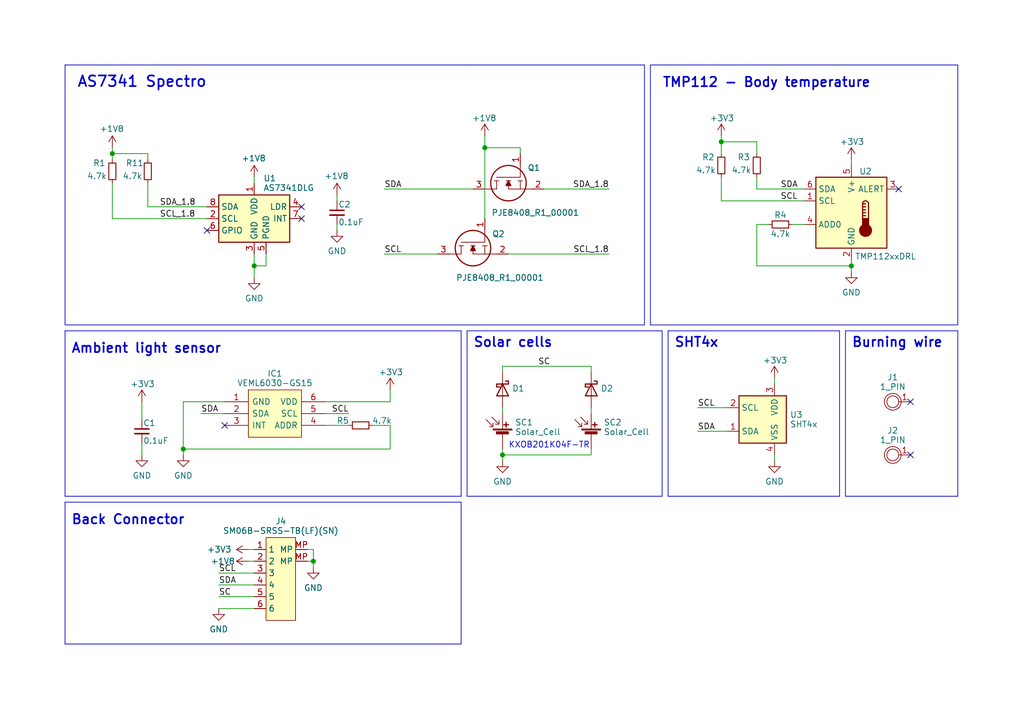
<source format=kicad_sch>
(kicad_sch (version 20230121) (generator eeschema)

  (uuid e63e39d7-6ac0-4ffd-8aa3-1841a4541b55)

  (paper "User" 219.989 152.4)

  (title_block
    (title "HexSense Svalbard SIDE module")
    (date "2023-05-30")
    (rev "v1")
    (company "MIT Media Lab")
    (comment 1 "Fangzheng Liu")
  )

  (lib_symbols
    (symbol "Device:C_Small" (pin_numbers hide) (pin_names (offset 0.254) hide) (in_bom yes) (on_board yes)
      (property "Reference" "C" (at 0.254 1.778 0)
        (effects (font (size 1.27 1.27)) (justify left))
      )
      (property "Value" "C_Small" (at 0.254 -2.032 0)
        (effects (font (size 1.27 1.27)) (justify left))
      )
      (property "Footprint" "" (at 0 0 0)
        (effects (font (size 1.27 1.27)) hide)
      )
      (property "Datasheet" "~" (at 0 0 0)
        (effects (font (size 1.27 1.27)) hide)
      )
      (property "ki_keywords" "capacitor cap" (at 0 0 0)
        (effects (font (size 1.27 1.27)) hide)
      )
      (property "ki_description" "Unpolarized capacitor, small symbol" (at 0 0 0)
        (effects (font (size 1.27 1.27)) hide)
      )
      (property "ki_fp_filters" "C_*" (at 0 0 0)
        (effects (font (size 1.27 1.27)) hide)
      )
      (symbol "C_Small_0_1"
        (polyline
          (pts
            (xy -1.524 -0.508)
            (xy 1.524 -0.508)
          )
          (stroke (width 0.3302) (type default))
          (fill (type none))
        )
        (polyline
          (pts
            (xy -1.524 0.508)
            (xy 1.524 0.508)
          )
          (stroke (width 0.3048) (type default))
          (fill (type none))
        )
      )
      (symbol "C_Small_1_1"
        (pin passive line (at 0 2.54 270) (length 2.032)
          (name "~" (effects (font (size 1.27 1.27))))
          (number "1" (effects (font (size 1.27 1.27))))
        )
        (pin passive line (at 0 -2.54 90) (length 2.032)
          (name "~" (effects (font (size 1.27 1.27))))
          (number "2" (effects (font (size 1.27 1.27))))
        )
      )
    )
    (symbol "Device:D_Schottky" (pin_numbers hide) (pin_names (offset 1.016) hide) (in_bom yes) (on_board yes)
      (property "Reference" "D" (at 0 2.54 0)
        (effects (font (size 1.27 1.27)))
      )
      (property "Value" "D_Schottky" (at 0 -2.54 0)
        (effects (font (size 1.27 1.27)))
      )
      (property "Footprint" "" (at 0 0 0)
        (effects (font (size 1.27 1.27)) hide)
      )
      (property "Datasheet" "~" (at 0 0 0)
        (effects (font (size 1.27 1.27)) hide)
      )
      (property "ki_keywords" "diode Schottky" (at 0 0 0)
        (effects (font (size 1.27 1.27)) hide)
      )
      (property "ki_description" "Schottky diode" (at 0 0 0)
        (effects (font (size 1.27 1.27)) hide)
      )
      (property "ki_fp_filters" "TO-???* *_Diode_* *SingleDiode* D_*" (at 0 0 0)
        (effects (font (size 1.27 1.27)) hide)
      )
      (symbol "D_Schottky_0_1"
        (polyline
          (pts
            (xy 1.27 0)
            (xy -1.27 0)
          )
          (stroke (width 0) (type default))
          (fill (type none))
        )
        (polyline
          (pts
            (xy 1.27 1.27)
            (xy 1.27 -1.27)
            (xy -1.27 0)
            (xy 1.27 1.27)
          )
          (stroke (width 0.254) (type default))
          (fill (type none))
        )
        (polyline
          (pts
            (xy -1.905 0.635)
            (xy -1.905 1.27)
            (xy -1.27 1.27)
            (xy -1.27 -1.27)
            (xy -0.635 -1.27)
            (xy -0.635 -0.635)
          )
          (stroke (width 0.254) (type default))
          (fill (type none))
        )
      )
      (symbol "D_Schottky_1_1"
        (pin passive line (at -3.81 0 0) (length 2.54)
          (name "K" (effects (font (size 1.27 1.27))))
          (number "1" (effects (font (size 1.27 1.27))))
        )
        (pin passive line (at 3.81 0 180) (length 2.54)
          (name "A" (effects (font (size 1.27 1.27))))
          (number "2" (effects (font (size 1.27 1.27))))
        )
      )
    )
    (symbol "Device:R_Small" (pin_numbers hide) (pin_names (offset 0.254) hide) (in_bom yes) (on_board yes)
      (property "Reference" "R" (at 0.762 0.508 0)
        (effects (font (size 1.27 1.27)) (justify left))
      )
      (property "Value" "R_Small" (at 0.762 -1.016 0)
        (effects (font (size 1.27 1.27)) (justify left))
      )
      (property "Footprint" "" (at 0 0 0)
        (effects (font (size 1.27 1.27)) hide)
      )
      (property "Datasheet" "~" (at 0 0 0)
        (effects (font (size 1.27 1.27)) hide)
      )
      (property "ki_keywords" "R resistor" (at 0 0 0)
        (effects (font (size 1.27 1.27)) hide)
      )
      (property "ki_description" "Resistor, small symbol" (at 0 0 0)
        (effects (font (size 1.27 1.27)) hide)
      )
      (property "ki_fp_filters" "R_*" (at 0 0 0)
        (effects (font (size 1.27 1.27)) hide)
      )
      (symbol "R_Small_0_1"
        (rectangle (start -0.762 1.778) (end 0.762 -1.778)
          (stroke (width 0.2032) (type default))
          (fill (type none))
        )
      )
      (symbol "R_Small_1_1"
        (pin passive line (at 0 2.54 270) (length 0.762)
          (name "~" (effects (font (size 1.27 1.27))))
          (number "1" (effects (font (size 1.27 1.27))))
        )
        (pin passive line (at 0 -2.54 90) (length 0.762)
          (name "~" (effects (font (size 1.27 1.27))))
          (number "2" (effects (font (size 1.27 1.27))))
        )
      )
    )
    (symbol "Device:Solar_Cell" (pin_numbers hide) (pin_names (offset 0) hide) (in_bom yes) (on_board yes)
      (property "Reference" "SC" (at 2.54 2.54 0)
        (effects (font (size 1.27 1.27)) (justify left))
      )
      (property "Value" "Solar_Cell" (at 2.54 0 0)
        (effects (font (size 1.27 1.27)) (justify left))
      )
      (property "Footprint" "" (at 0 1.524 90)
        (effects (font (size 1.27 1.27)) hide)
      )
      (property "Datasheet" "~" (at 0 1.524 90)
        (effects (font (size 1.27 1.27)) hide)
      )
      (property "ki_keywords" "solar cell" (at 0 0 0)
        (effects (font (size 1.27 1.27)) hide)
      )
      (property "ki_description" "Single solar cell" (at 0 0 0)
        (effects (font (size 1.27 1.27)) hide)
      )
      (symbol "Solar_Cell_0_1"
        (rectangle (start -2.032 1.778) (end 2.032 1.524)
          (stroke (width 0) (type default))
          (fill (type outline))
        )
        (rectangle (start -1.3208 1.1938) (end 1.27 0.6858)
          (stroke (width 0) (type default))
          (fill (type outline))
        )
        (polyline
          (pts
            (xy -2.032 2.286)
            (xy -3.556 3.81)
          )
          (stroke (width 0) (type default))
          (fill (type none))
        )
        (polyline
          (pts
            (xy -0.762 2.794)
            (xy -2.286 4.318)
          )
          (stroke (width 0) (type default))
          (fill (type none))
        )
        (polyline
          (pts
            (xy 0 0.762)
            (xy 0 0)
          )
          (stroke (width 0) (type default))
          (fill (type none))
        )
        (polyline
          (pts
            (xy 0 1.778)
            (xy 0 2.54)
          )
          (stroke (width 0) (type default))
          (fill (type none))
        )
        (polyline
          (pts
            (xy 0.254 2.667)
            (xy 1.27 2.667)
          )
          (stroke (width 0.254) (type default))
          (fill (type none))
        )
        (polyline
          (pts
            (xy 0.762 3.175)
            (xy 0.762 2.159)
          )
          (stroke (width 0.254) (type default))
          (fill (type none))
        )
        (polyline
          (pts
            (xy -2.032 3.048)
            (xy -2.032 2.286)
            (xy -2.794 2.286)
          )
          (stroke (width 0) (type default))
          (fill (type none))
        )
        (polyline
          (pts
            (xy -0.762 3.556)
            (xy -0.762 2.794)
            (xy -1.524 2.794)
          )
          (stroke (width 0) (type default))
          (fill (type none))
        )
      )
      (symbol "Solar_Cell_1_1"
        (pin passive line (at 0 5.08 270) (length 2.54)
          (name "+" (effects (font (size 1.27 1.27))))
          (number "1" (effects (font (size 1.27 1.27))))
        )
        (pin passive line (at 0 -2.54 90) (length 2.54)
          (name "-" (effects (font (size 1.27 1.27))))
          (number "2" (effects (font (size 1.27 1.27))))
        )
      )
    )
    (symbol "Mylib:1_PIN" (pin_names (offset 1.016)) (in_bom yes) (on_board yes)
      (property "Reference" "J" (at 0 0 0)
        (effects (font (size 1.27 1.27)))
      )
      (property "Value" "1_PIN" (at 0 0 0)
        (effects (font (size 1.27 1.27)))
      )
      (property "Footprint" "" (at 0 0 0)
        (effects (font (size 1.27 1.27)) hide)
      )
      (property "Datasheet" "" (at 0 0 0)
        (effects (font (size 1.27 1.27)) hide)
      )
      (symbol "1_PIN_0_1"
        (circle (center 2.54 -2.54) (radius 1.27)
          (stroke (width 0) (type default))
          (fill (type none))
        )
        (circle (center 2.54 -2.54) (radius 1.8034)
          (stroke (width 0) (type default))
          (fill (type none))
        )
      )
      (symbol "1_PIN_1_1"
        (pin bidirectional line (at -1.27 -2.54 0) (length 2.54)
          (name "~" (effects (font (size 1.27 1.27))))
          (number "1" (effects (font (size 1.27 1.27))))
        )
      )
    )
    (symbol "Mylib:BM06B-SURS-TF(LF)(SN)" (in_bom yes) (on_board yes)
      (property "Reference" "J" (at 0 6.35 0)
        (effects (font (size 1.27 1.27)))
      )
      (property "Value" "BM06B-SURS-TF(LF)(SN)" (at 0 3.81 0)
        (effects (font (size 1.27 1.27)))
      )
      (property "Footprint" "" (at 0 0 0)
        (effects (font (size 1.27 1.27)) hide)
      )
      (property "Datasheet" "" (at 0 0 0)
        (effects (font (size 1.27 1.27)) hide)
      )
      (symbol "BM06B-SURS-TF(LF)(SN)_0_1"
        (rectangle (start -2.54 2.54) (end 3.81 -15.24)
          (stroke (width 0.1524) (type default))
          (fill (type background))
        )
      )
      (symbol "BM06B-SURS-TF(LF)(SN)_1_1"
        (pin input line (at -5.08 0 0) (length 2.54)
          (name "1" (effects (font (size 1.27 1.27))))
          (number "1" (effects (font (size 1.27 1.27))))
        )
        (pin input line (at -5.08 -2.54 0) (length 2.54)
          (name "2" (effects (font (size 1.27 1.27))))
          (number "2" (effects (font (size 1.27 1.27))))
        )
        (pin input line (at -5.08 -5.08 0) (length 2.54)
          (name "3" (effects (font (size 1.27 1.27))))
          (number "3" (effects (font (size 1.27 1.27))))
        )
        (pin input line (at -5.08 -7.62 0) (length 2.54)
          (name "4" (effects (font (size 1.27 1.27))))
          (number "4" (effects (font (size 1.27 1.27))))
        )
        (pin input line (at -5.08 -10.16 0) (length 2.54)
          (name "5" (effects (font (size 1.27 1.27))))
          (number "5" (effects (font (size 1.27 1.27))))
        )
        (pin input line (at -5.08 -12.7 0) (length 2.54)
          (name "6" (effects (font (size 1.27 1.27))))
          (number "6" (effects (font (size 1.27 1.27))))
        )
        (pin input line (at 6.35 -2.54 180) (length 2.54)
          (name "MP" (effects (font (size 1.27 1.27))))
          (number "MP" (effects (font (size 1.27 1.27))))
        )
        (pin input line (at 6.35 0 180) (length 2.54)
          (name "MP" (effects (font (size 1.27 1.27))))
          (number "MP" (effects (font (size 1.27 1.27))))
        )
      )
    )
    (symbol "SamacSys_Parts:PJE8408_R1_00001" (pin_names (offset 0.762)) (in_bom yes) (on_board yes)
      (property "Reference" "Q" (at 11.43 3.81 0)
        (effects (font (size 1.27 1.27)) (justify left))
      )
      (property "Value" "PJE8408_R1_00001" (at 11.43 1.27 0)
        (effects (font (size 1.27 1.27)) (justify left))
      )
      (property "Footprint" "SOTFL50P160X60-3N" (at 11.43 -1.27 0)
        (effects (font (size 1.27 1.27)) (justify left) hide)
      )
      (property "Datasheet" "https://www.mouser.com/datasheet/2/1057/PJE8408-1875938.pdf" (at 11.43 -3.81 0)
        (effects (font (size 1.27 1.27)) (justify left) hide)
      )
      (property "Description" "MOSFET /E08/TR/7\"/HF/4K/SOT-523/MOS/SOT/NFET-20TBMN/NF20TB-QI08/PJ///" (at 11.43 -6.35 0)
        (effects (font (size 1.27 1.27)) (justify left) hide)
      )
      (property "Height" "0.6" (at 11.43 -8.89 0)
        (effects (font (size 1.27 1.27)) (justify left) hide)
      )
      (property "Manufacturer_Name" "PANJIT" (at 11.43 -11.43 0)
        (effects (font (size 1.27 1.27)) (justify left) hide)
      )
      (property "Manufacturer_Part_Number" "PJE8408_R1_00001" (at 11.43 -13.97 0)
        (effects (font (size 1.27 1.27)) (justify left) hide)
      )
      (property "Mouser Part Number" "241-PJE8408_R1_00001" (at 11.43 -16.51 0)
        (effects (font (size 1.27 1.27)) (justify left) hide)
      )
      (property "Mouser Price/Stock" "https://www.mouser.co.uk/ProductDetail/Panjit/PJE8408_R1_00001?qs=sPbYRqrBIVnQTsfdUZY95w%3D%3D" (at 11.43 -19.05 0)
        (effects (font (size 1.27 1.27)) (justify left) hide)
      )
      (property "Arrow Part Number" "" (at 11.43 -21.59 0)
        (effects (font (size 1.27 1.27)) (justify left) hide)
      )
      (property "Arrow Price/Stock" "" (at 11.43 -24.13 0)
        (effects (font (size 1.27 1.27)) (justify left) hide)
      )
      (property "ki_description" "MOSFET /E08/TR/7\"/HF/4K/SOT-523/MOS/SOT/NFET-20TBMN/NF20TB-QI08/PJ///" (at 0 0 0)
        (effects (font (size 1.27 1.27)) hide)
      )
      (symbol "PJE8408_R1_00001_0_0"
        (pin passive line (at 0 0 0) (length 2.54)
          (name "~" (effects (font (size 1.27 1.27))))
          (number "1" (effects (font (size 1.27 1.27))))
        )
        (pin passive line (at 7.62 -5.08 90) (length 2.54)
          (name "~" (effects (font (size 1.27 1.27))))
          (number "2" (effects (font (size 1.27 1.27))))
        )
        (pin passive line (at 7.62 10.16 270) (length 2.54)
          (name "~" (effects (font (size 1.27 1.27))))
          (number "3" (effects (font (size 1.27 1.27))))
        )
      )
      (symbol "PJE8408_R1_00001_0_1"
        (polyline
          (pts
            (xy 5.842 -0.508)
            (xy 5.842 0.508)
          )
          (stroke (width 0.1524) (type solid))
          (fill (type none))
        )
        (polyline
          (pts
            (xy 5.842 0)
            (xy 7.62 0)
          )
          (stroke (width 0.1524) (type solid))
          (fill (type none))
        )
        (polyline
          (pts
            (xy 5.842 2.032)
            (xy 5.842 3.048)
          )
          (stroke (width 0.1524) (type solid))
          (fill (type none))
        )
        (polyline
          (pts
            (xy 5.842 5.588)
            (xy 5.842 4.572)
          )
          (stroke (width 0.1524) (type solid))
          (fill (type none))
        )
        (polyline
          (pts
            (xy 7.62 2.54)
            (xy 5.842 2.54)
          )
          (stroke (width 0.1524) (type solid))
          (fill (type none))
        )
        (polyline
          (pts
            (xy 7.62 2.54)
            (xy 7.62 -2.54)
          )
          (stroke (width 0.1524) (type solid))
          (fill (type none))
        )
        (polyline
          (pts
            (xy 7.62 5.08)
            (xy 5.842 5.08)
          )
          (stroke (width 0.1524) (type solid))
          (fill (type none))
        )
        (polyline
          (pts
            (xy 7.62 5.08)
            (xy 7.62 7.62)
          )
          (stroke (width 0.1524) (type solid))
          (fill (type none))
        )
        (polyline
          (pts
            (xy 2.54 0)
            (xy 5.08 0)
            (xy 5.08 5.08)
          )
          (stroke (width 0.1524) (type solid))
          (fill (type none))
        )
        (polyline
          (pts
            (xy 5.842 2.54)
            (xy 6.858 3.048)
            (xy 6.858 2.032)
            (xy 5.842 2.54)
          )
          (stroke (width 0.254) (type solid))
          (fill (type outline))
        )
        (circle (center 6.35 2.54) (radius 3.81)
          (stroke (width 0.254) (type solid))
          (fill (type none))
        )
      )
    )
    (symbol "SamacSys_Parts:VEML6030-GS15" (pin_names (offset 0.762)) (in_bom yes) (on_board yes)
      (property "Reference" "IC1" (at 11.43 6.35 0)
        (effects (font (size 1.27 1.27)))
      )
      (property "Value" "VEML6030-GS15" (at 11.43 3.81 0)
        (effects (font (size 1.27 1.27)))
      )
      (property "Footprint" "VEML6030GS15" (at 30.48 6.35 0)
        (effects (font (size 1.27 1.27)) (justify left) hide)
      )
      (property "Datasheet" "https://www.vishay.com/docs/84366/veml6030.pdf" (at 30.48 3.81 0)
        (effects (font (size 1.27 1.27)) (justify left) hide)
      )
      (property "Description" "Ambient Light Sensors Opr 2.5-3.6V 0.005x Filtron O-Trim 16Bit" (at 30.48 1.27 0)
        (effects (font (size 1.27 1.27)) (justify left) hide)
      )
      (property "Height" "0.87" (at 30.48 -1.27 0)
        (effects (font (size 1.27 1.27)) (justify left) hide)
      )
      (property "Manufacturer_Name" "Vishay" (at 30.48 -3.81 0)
        (effects (font (size 1.27 1.27)) (justify left) hide)
      )
      (property "Manufacturer_Part_Number" "VEML6030-GS15" (at 30.48 -6.35 0)
        (effects (font (size 1.27 1.27)) (justify left) hide)
      )
      (property "Mouser Part Number" "78-VEML6030-GS15" (at 30.48 -8.89 0)
        (effects (font (size 1.27 1.27)) (justify left) hide)
      )
      (property "Mouser Price/Stock" "https://www.mouser.co.uk/ProductDetail/Vishay-Semiconductors/VEML6030-GS15?qs=oeTp6q%252Bm7GPFKA43nE0FoQ%3D%3D" (at 30.48 -11.43 0)
        (effects (font (size 1.27 1.27)) (justify left) hide)
      )
      (property "Arrow Part Number" "VEML6030-GS15" (at 30.48 -13.97 0)
        (effects (font (size 1.27 1.27)) (justify left) hide)
      )
      (property "Arrow Price/Stock" "https://www.arrow.com/en/products/veml6030-gs15/vishay?region=nac" (at 30.48 -16.51 0)
        (effects (font (size 1.27 1.27)) (justify left) hide)
      )
      (property "ki_description" "Ambient Light Sensors Opr 2.5-3.6V 0.005x Filtron O-Trim 16Bit" (at 0 0 0)
        (effects (font (size 1.27 1.27)) hide)
      )
      (symbol "VEML6030-GS15_0_0"
        (pin passive line (at 0 0 0) (length 5.08)
          (name "GND" (effects (font (size 1.27 1.27))))
          (number "1" (effects (font (size 1.27 1.27))))
        )
        (pin passive line (at 0 -2.54 0) (length 5.08)
          (name "SDA" (effects (font (size 1.27 1.27))))
          (number "2" (effects (font (size 1.27 1.27))))
        )
        (pin passive line (at 0 -5.08 0) (length 5.08)
          (name "INT" (effects (font (size 1.27 1.27))))
          (number "3" (effects (font (size 1.27 1.27))))
        )
        (pin passive line (at 21.59 -5.08 180) (length 5.08)
          (name "ADDR" (effects (font (size 1.27 1.27))))
          (number "4" (effects (font (size 1.27 1.27))))
        )
        (pin passive line (at 21.59 -2.54 180) (length 5.08)
          (name "SCL" (effects (font (size 1.27 1.27))))
          (number "5" (effects (font (size 1.27 1.27))))
        )
        (pin passive line (at 21.59 0 180) (length 5.08)
          (name "VDD" (effects (font (size 1.27 1.27))))
          (number "6" (effects (font (size 1.27 1.27))))
        )
      )
      (symbol "VEML6030-GS15_1_1"
        (polyline
          (pts
            (xy 5.08 2.54)
            (xy 16.51 2.54)
            (xy 16.51 -7.62)
            (xy 5.08 -7.62)
            (xy 5.08 2.54)
          )
          (stroke (width 0.1524) (type solid))
          (fill (type background))
        )
      )
    )
    (symbol "Sensor_Humidity:SHT4x" (in_bom yes) (on_board yes)
      (property "Reference" "U" (at 0 8.89 0)
        (effects (font (size 1.27 1.27)) (justify right))
      )
      (property "Value" "SHT4x" (at 0 6.35 0)
        (effects (font (size 1.27 1.27)) (justify right))
      )
      (property "Footprint" "Sensor_Humidity:Sensirion_DFN-4_1.5x1.5mm_P0.8mm_SHT4x_NoCentralPad" (at 3.81 -6.35 0)
        (effects (font (size 1.27 1.27)) (justify left) hide)
      )
      (property "Datasheet" "https://sensirion.com/media/documents/33FD6951/624C4357/Datasheet_SHT4x.pdf" (at 3.81 -8.89 0)
        (effects (font (size 1.27 1.27)) (justify left) hide)
      )
      (property "ki_keywords" "Sensirion environment environmental measurement digital SHT40 SHT41 SHT45" (at 0 0 0)
        (effects (font (size 1.27 1.27)) hide)
      )
      (property "ki_description" "Digital Humidity and Temperature Sensor, +/-1%RH, +/-0.1degC, I2C, 1.08-3.6V, 16bit, DFN-4" (at 0 0 0)
        (effects (font (size 1.27 1.27)) hide)
      )
      (property "ki_fp_filters" "Sensirion?DFN*1.5x1.5mm*P0.8mm*SHT4x*" (at 0 0 0)
        (effects (font (size 1.27 1.27)) hide)
      )
      (symbol "SHT4x_1_1"
        (rectangle (start -5.08 5.08) (end 5.08 -5.08)
          (stroke (width 0.254) (type default))
          (fill (type background))
        )
        (pin bidirectional line (at -7.62 -2.54 0) (length 2.54)
          (name "SDA" (effects (font (size 1.27 1.27))))
          (number "1" (effects (font (size 1.27 1.27))))
        )
        (pin input line (at -7.62 2.54 0) (length 2.54)
          (name "SCL" (effects (font (size 1.27 1.27))))
          (number "2" (effects (font (size 1.27 1.27))))
        )
        (pin power_in line (at 2.54 7.62 270) (length 2.54)
          (name "VDD" (effects (font (size 1.27 1.27))))
          (number "3" (effects (font (size 1.27 1.27))))
        )
        (pin power_in line (at 2.54 -7.62 90) (length 2.54)
          (name "VSS" (effects (font (size 1.27 1.27))))
          (number "4" (effects (font (size 1.27 1.27))))
        )
      )
    )
    (symbol "Sensor_Optical:AS7341DLG" (in_bom yes) (on_board yes)
      (property "Reference" "U" (at -2.54 8.255 0)
        (effects (font (size 1.27 1.27)) (justify right))
      )
      (property "Value" "AS7341DLG" (at -2.54 6.35 0)
        (effects (font (size 1.27 1.27)) (justify right))
      )
      (property "Footprint" "Package_LGA:AMS_OLGA-8_2x3.1mm_P0.8mm" (at 3.81 -6.35 0)
        (effects (font (size 1.27 1.27)) (justify left) hide)
      )
      (property "Datasheet" "https://ams.com/documents/20143/36005/AS7341_DS000504_3-00.pdf" (at 3.81 -8.89 0)
        (effects (font (size 1.27 1.27)) (justify left) hide)
      )
      (property "ki_keywords" "11-Channel Spectral i2c optical color" (at 0 0 0)
        (effects (font (size 1.27 1.27)) hide)
      )
      (property "ki_description" "11-Channel Multi-Spectral Digital Sensor, OLGA-8" (at 0 0 0)
        (effects (font (size 1.27 1.27)) hide)
      )
      (property "ki_fp_filters" "AMS*OLGA*2x3.1mm*P0.8mm*" (at 0 0 0)
        (effects (font (size 1.27 1.27)) hide)
      )
      (symbol "AS7341DLG_0_1"
        (rectangle (start -7.62 5.08) (end 7.62 -5.08)
          (stroke (width 0.254) (type default))
          (fill (type background))
        )
      )
      (symbol "AS7341DLG_1_1"
        (pin power_in line (at 0 7.62 270) (length 2.54)
          (name "VDD" (effects (font (size 1.27 1.27))))
          (number "1" (effects (font (size 1.27 1.27))))
        )
        (pin input line (at -10.16 0 0) (length 2.54)
          (name "SCL" (effects (font (size 1.27 1.27))))
          (number "2" (effects (font (size 1.27 1.27))))
        )
        (pin power_in line (at 0 -7.62 90) (length 2.54)
          (name "GND" (effects (font (size 1.27 1.27))))
          (number "3" (effects (font (size 1.27 1.27))))
        )
        (pin passive line (at 10.16 2.54 180) (length 2.54)
          (name "LDR" (effects (font (size 1.27 1.27))))
          (number "4" (effects (font (size 1.27 1.27))))
        )
        (pin power_in line (at 2.54 -7.62 90) (length 2.54)
          (name "PGND" (effects (font (size 1.27 1.27))))
          (number "5" (effects (font (size 1.27 1.27))))
        )
        (pin input line (at -10.16 -2.54 0) (length 2.54)
          (name "GPIO" (effects (font (size 1.27 1.27))))
          (number "6" (effects (font (size 1.27 1.27))))
        )
        (pin open_collector line (at 10.16 0 180) (length 2.54)
          (name "INT" (effects (font (size 1.27 1.27))))
          (number "7" (effects (font (size 1.27 1.27))))
        )
        (pin bidirectional line (at -10.16 2.54 0) (length 2.54)
          (name "SDA" (effects (font (size 1.27 1.27))))
          (number "8" (effects (font (size 1.27 1.27))))
        )
      )
    )
    (symbol "Sensor_Temperature:TMP112xxDRL" (in_bom yes) (on_board yes)
      (property "Reference" "U" (at -2.54 10.795 0)
        (effects (font (size 1.27 1.27)) (justify right))
      )
      (property "Value" "TMP112xxDRL" (at -2.54 8.89 0)
        (effects (font (size 1.27 1.27)) (justify right))
      )
      (property "Footprint" "Package_TO_SOT_SMD:SOT-563" (at 1.27 -8.89 0)
        (effects (font (size 1.27 1.27)) (justify left) hide)
      )
      (property "Datasheet" "https://www.ti.com/lit/ds/symlink/tmp112.pdf" (at 1.27 -11.43 0)
        (effects (font (size 1.27 1.27)) (justify left) hide)
      )
      (property "ki_keywords" "digital temperature sensor i2c smbus two-wire nist" (at 0 0 0)
        (effects (font (size 1.27 1.27)) hide)
      )
      (property "ki_description" "Digital Temperature Sensor with I2C/SMBus/Two-wire Interface, 12 bits, +/-1° C, one-shot conversion, alert, nist traceable, SOT-563" (at 0 0 0)
        (effects (font (size 1.27 1.27)) hide)
      )
      (property "ki_fp_filters" "SOT?563*" (at 0 0 0)
        (effects (font (size 1.27 1.27)) hide)
      )
      (symbol "TMP112xxDRL_0_1"
        (rectangle (start -7.62 7.62) (end 7.62 -7.62)
          (stroke (width 0.254) (type default))
          (fill (type background))
        )
      )
      (symbol "TMP112xxDRL_1_1"
        (polyline
          (pts
            (xy 2.413 -0.635)
            (xy 3.048 -0.635)
          )
          (stroke (width 0.254) (type default))
          (fill (type none))
        )
        (polyline
          (pts
            (xy 2.413 0)
            (xy 3.048 0)
          )
          (stroke (width 0.254) (type default))
          (fill (type none))
        )
        (polyline
          (pts
            (xy 2.413 0.635)
            (xy 3.048 0.635)
          )
          (stroke (width 0.254) (type default))
          (fill (type none))
        )
        (polyline
          (pts
            (xy 2.413 1.27)
            (xy 3.048 1.27)
          )
          (stroke (width 0.254) (type default))
          (fill (type none))
        )
        (polyline
          (pts
            (xy 2.413 1.905)
            (xy 2.413 -1.27)
          )
          (stroke (width 0.254) (type default))
          (fill (type none))
        )
        (polyline
          (pts
            (xy 2.413 1.905)
            (xy 3.048 1.905)
          )
          (stroke (width 0.254) (type default))
          (fill (type none))
        )
        (polyline
          (pts
            (xy 3.683 1.905)
            (xy 3.683 -1.27)
          )
          (stroke (width 0.254) (type default))
          (fill (type none))
        )
        (circle (center 3.048 -3.81) (radius 1.27)
          (stroke (width 0.254) (type default))
          (fill (type outline))
        )
        (rectangle (start 3.683 -3.175) (end 2.413 -1.27)
          (stroke (width 0.254) (type default))
          (fill (type outline))
        )
        (arc (start 3.683 1.905) (mid 3.048 2.5373) (end 2.413 1.905)
          (stroke (width 0.254) (type default))
          (fill (type none))
        )
        (pin input line (at -10.16 2.54 0) (length 2.54)
          (name "SCL" (effects (font (size 1.27 1.27))))
          (number "1" (effects (font (size 1.27 1.27))))
        )
        (pin power_in line (at 0 -10.16 90) (length 2.54)
          (name "GND" (effects (font (size 1.27 1.27))))
          (number "2" (effects (font (size 1.27 1.27))))
        )
        (pin open_collector line (at 10.16 5.08 180) (length 2.54)
          (name "ALERT" (effects (font (size 1.27 1.27))))
          (number "3" (effects (font (size 1.27 1.27))))
        )
        (pin input line (at -10.16 -2.54 0) (length 2.54)
          (name "ADD0" (effects (font (size 1.27 1.27))))
          (number "4" (effects (font (size 1.27 1.27))))
        )
        (pin power_in line (at 0 10.16 270) (length 2.54)
          (name "V+" (effects (font (size 1.27 1.27))))
          (number "5" (effects (font (size 1.27 1.27))))
        )
        (pin bidirectional line (at -10.16 5.08 0) (length 2.54)
          (name "SDA" (effects (font (size 1.27 1.27))))
          (number "6" (effects (font (size 1.27 1.27))))
        )
      )
    )
    (symbol "power:+1V8" (power) (pin_names (offset 0)) (in_bom yes) (on_board yes)
      (property "Reference" "#PWR" (at 0 -3.81 0)
        (effects (font (size 1.27 1.27)) hide)
      )
      (property "Value" "+1V8" (at 0 3.556 0)
        (effects (font (size 1.27 1.27)))
      )
      (property "Footprint" "" (at 0 0 0)
        (effects (font (size 1.27 1.27)) hide)
      )
      (property "Datasheet" "" (at 0 0 0)
        (effects (font (size 1.27 1.27)) hide)
      )
      (property "ki_keywords" "power-flag" (at 0 0 0)
        (effects (font (size 1.27 1.27)) hide)
      )
      (property "ki_description" "Power symbol creates a global label with name \"+1V8\"" (at 0 0 0)
        (effects (font (size 1.27 1.27)) hide)
      )
      (symbol "+1V8_0_1"
        (polyline
          (pts
            (xy -0.762 1.27)
            (xy 0 2.54)
          )
          (stroke (width 0) (type default))
          (fill (type none))
        )
        (polyline
          (pts
            (xy 0 0)
            (xy 0 2.54)
          )
          (stroke (width 0) (type default))
          (fill (type none))
        )
        (polyline
          (pts
            (xy 0 2.54)
            (xy 0.762 1.27)
          )
          (stroke (width 0) (type default))
          (fill (type none))
        )
      )
      (symbol "+1V8_1_1"
        (pin power_in line (at 0 0 90) (length 0) hide
          (name "+1V8" (effects (font (size 1.27 1.27))))
          (number "1" (effects (font (size 1.27 1.27))))
        )
      )
    )
    (symbol "power:+3.3V" (power) (pin_names (offset 0)) (in_bom yes) (on_board yes)
      (property "Reference" "#PWR" (at 0 -3.81 0)
        (effects (font (size 1.27 1.27)) hide)
      )
      (property "Value" "+3.3V" (at 0 3.556 0)
        (effects (font (size 1.27 1.27)))
      )
      (property "Footprint" "" (at 0 0 0)
        (effects (font (size 1.27 1.27)) hide)
      )
      (property "Datasheet" "" (at 0 0 0)
        (effects (font (size 1.27 1.27)) hide)
      )
      (property "ki_keywords" "power-flag" (at 0 0 0)
        (effects (font (size 1.27 1.27)) hide)
      )
      (property "ki_description" "Power symbol creates a global label with name \"+3.3V\"" (at 0 0 0)
        (effects (font (size 1.27 1.27)) hide)
      )
      (symbol "+3.3V_0_1"
        (polyline
          (pts
            (xy -0.762 1.27)
            (xy 0 2.54)
          )
          (stroke (width 0) (type default))
          (fill (type none))
        )
        (polyline
          (pts
            (xy 0 0)
            (xy 0 2.54)
          )
          (stroke (width 0) (type default))
          (fill (type none))
        )
        (polyline
          (pts
            (xy 0 2.54)
            (xy 0.762 1.27)
          )
          (stroke (width 0) (type default))
          (fill (type none))
        )
      )
      (symbol "+3.3V_1_1"
        (pin power_in line (at 0 0 90) (length 0) hide
          (name "+3V3" (effects (font (size 1.27 1.27))))
          (number "1" (effects (font (size 1.27 1.27))))
        )
      )
    )
    (symbol "power:GND" (power) (pin_names (offset 0)) (in_bom yes) (on_board yes)
      (property "Reference" "#PWR" (at 0 -6.35 0)
        (effects (font (size 1.27 1.27)) hide)
      )
      (property "Value" "GND" (at 0 -3.81 0)
        (effects (font (size 1.27 1.27)))
      )
      (property "Footprint" "" (at 0 0 0)
        (effects (font (size 1.27 1.27)) hide)
      )
      (property "Datasheet" "" (at 0 0 0)
        (effects (font (size 1.27 1.27)) hide)
      )
      (property "ki_keywords" "power-flag" (at 0 0 0)
        (effects (font (size 1.27 1.27)) hide)
      )
      (property "ki_description" "Power symbol creates a global label with name \"GND\" , ground" (at 0 0 0)
        (effects (font (size 1.27 1.27)) hide)
      )
      (symbol "GND_0_1"
        (polyline
          (pts
            (xy 0 0)
            (xy 0 -1.27)
            (xy 1.27 -1.27)
            (xy 0 -2.54)
            (xy -1.27 -1.27)
            (xy 0 -1.27)
          )
          (stroke (width 0) (type default))
          (fill (type none))
        )
      )
      (symbol "GND_1_1"
        (pin power_in line (at 0 0 270) (length 0) hide
          (name "GND" (effects (font (size 1.27 1.27))))
          (number "1" (effects (font (size 1.27 1.27))))
        )
      )
    )
  )

  (junction (at 39.37 96.52) (diameter 0) (color 0 0 0 0)
    (uuid 13d215d2-0299-4fa0-8cb7-781c9fb3badc)
  )
  (junction (at 182.88 57.15) (diameter 0) (color 0 0 0 0)
    (uuid 14ffdb79-40e3-436c-a892-50bfc460e84b)
  )
  (junction (at 107.95 97.79) (diameter 0) (color 0 0 0 0)
    (uuid 29cbd0df-1a8d-443e-9fd1-83064067107d)
  )
  (junction (at 154.94 30.48) (diameter 0) (color 0 0 0 0)
    (uuid 8a26ba66-a9d4-486e-9ef3-ba615073f2ad)
  )
  (junction (at 54.61 57.15) (diameter 0) (color 0 0 0 0)
    (uuid cb7f0577-6570-4ad9-9a98-f5d5e00b9858)
  )
  (junction (at 67.31 120.65) (diameter 0) (color 0 0 0 0)
    (uuid d4d73fed-abc8-4afc-a47d-5a16600b892e)
  )
  (junction (at 24.13 33.02) (diameter 0) (color 0 0 0 0)
    (uuid e39122f5-84cf-4a8e-9b0a-ef38d29d4092)
  )
  (junction (at 104.14 31.75) (diameter 0) (color 0 0 0 0)
    (uuid e5ea047f-d07e-487f-805a-8fb9ed5ad8ed)
  )

  (no_connect (at 64.77 44.45) (uuid 4f01a9bf-b928-4b1d-95d1-496107f89e54))
  (no_connect (at 64.77 46.99) (uuid 4fe54f8a-5e7b-4fa8-8f33-46987acf96bc))
  (no_connect (at 48.26 91.44) (uuid 50009a85-cc34-4a87-aa1c-026aa4936759))
  (no_connect (at 195.58 97.79) (uuid 51a15c79-554f-4146-95c9-eb32aa0f81e8))
  (no_connect (at 195.58 86.36) (uuid b1335323-3c70-4632-b547-b0448d2b866a))
  (no_connect (at 44.45 49.53) (uuid ee409f35-043f-4042-b9fe-365ab1529d44))
  (no_connect (at 193.04 40.64) (uuid f1761579-1fdf-4fed-85b4-a9937e79b026))

  (wire (pts (xy 162.56 48.26) (xy 162.56 57.15))
    (stroke (width 0) (type default))
    (uuid 01fad676-fb04-4721-8332-44623f5e5430)
  )
  (wire (pts (xy 24.13 31.75) (xy 24.13 33.02))
    (stroke (width 0) (type default))
    (uuid 02c73b13-5fb7-481f-9269-48493bf701aa)
  )
  (polyline (pts (xy 13.97 107.95) (xy 99.06 107.95))
    (stroke (width 0) (type default))
    (uuid 057e2d98-c86c-4891-b9c4-52609d873ad0)
  )
  (polyline (pts (xy 99.06 107.95) (xy 99.06 138.43))
    (stroke (width 0) (type default))
    (uuid 073406d2-48bd-487d-9848-c6660dfbc679)
  )

  (wire (pts (xy 54.61 38.1) (xy 54.61 39.37))
    (stroke (width 0) (type default))
    (uuid 0cdbaf67-a09a-4361-b901-4a1e75250d89)
  )
  (wire (pts (xy 111.76 33.02) (xy 111.76 31.75))
    (stroke (width 0) (type default))
    (uuid 0d08e9d0-4556-4801-89b8-4c98913ef447)
  )
  (wire (pts (xy 182.88 34.29) (xy 182.88 35.56))
    (stroke (width 0) (type default))
    (uuid 0ed4622a-5d2f-4e96-87fb-d58784a66360)
  )
  (wire (pts (xy 127 97.79) (xy 127 96.52))
    (stroke (width 0) (type default))
    (uuid 0efec45a-6c5b-4d38-a218-673d2e5ae0aa)
  )
  (wire (pts (xy 83.82 96.52) (xy 39.37 96.52))
    (stroke (width 0) (type default))
    (uuid 14e5ab1e-38eb-483c-8226-a02e675d289a)
  )
  (wire (pts (xy 54.61 57.15) (xy 54.61 59.69))
    (stroke (width 0) (type default))
    (uuid 159018e8-1bc9-4fd0-8041-7d89905793e4)
  )
  (wire (pts (xy 107.95 78.74) (xy 127 78.74))
    (stroke (width 0) (type default))
    (uuid 181dfd1d-a898-48a9-a89e-6d46150f9835)
  )
  (polyline (pts (xy 181.61 71.12) (xy 205.74 71.12))
    (stroke (width 0) (type default))
    (uuid 2017b8b7-6ab1-4df4-8562-c538cd63e3fd)
  )

  (wire (pts (xy 107.95 97.79) (xy 107.95 99.06))
    (stroke (width 0) (type default))
    (uuid 227c1fe0-6942-4974-9544-fdd913cdc3ed)
  )
  (polyline (pts (xy 13.97 138.43) (xy 13.97 107.95))
    (stroke (width 0) (type default))
    (uuid 22b08116-5afc-4998-bb8e-357457ea1721)
  )

  (wire (pts (xy 107.95 97.79) (xy 127 97.79))
    (stroke (width 0) (type default))
    (uuid 263e3ff2-1272-4e76-b2f2-6de3e486e748)
  )
  (wire (pts (xy 162.56 38.1) (xy 162.56 40.64))
    (stroke (width 0) (type default))
    (uuid 26c306de-d209-4a41-84a0-82acf87adbb1)
  )
  (wire (pts (xy 104.14 31.75) (xy 104.14 46.99))
    (stroke (width 0) (type default))
    (uuid 2c21ffce-e1bd-4a10-94ae-767f1f4ac6e5)
  )
  (wire (pts (xy 127 87.63) (xy 127 88.9))
    (stroke (width 0) (type default))
    (uuid 2caeed9a-3cd1-4c3b-b4af-d49de3d46384)
  )
  (wire (pts (xy 82.55 54.61) (xy 93.98 54.61))
    (stroke (width 0) (type default))
    (uuid 2e5a5a4a-1aa6-42e7-8b51-dd0ed18e42af)
  )
  (wire (pts (xy 83.82 86.36) (xy 83.82 83.82))
    (stroke (width 0) (type default))
    (uuid 33f4a193-76f8-41c4-bae4-5d1f7997cdd0)
  )
  (polyline (pts (xy 180.34 106.68) (xy 143.51 106.68))
    (stroke (width 0) (type default))
    (uuid 3d4abe06-8c83-48e5-912e-f819a7592a5e)
  )

  (wire (pts (xy 66.04 118.11) (xy 67.31 118.11))
    (stroke (width 0) (type default))
    (uuid 41c619a1-18bb-4c9a-a12d-80ba3140de15)
  )
  (wire (pts (xy 31.75 39.37) (xy 31.75 44.45))
    (stroke (width 0) (type default))
    (uuid 422f0bb7-cbba-4564-8350-08393635e0eb)
  )
  (polyline (pts (xy 138.43 69.85) (xy 100.33 69.85))
    (stroke (width 0) (type default))
    (uuid 423bd441-0413-4fa5-be2d-df4b9bc4b1fa)
  )

  (wire (pts (xy 24.13 33.02) (xy 31.75 33.02))
    (stroke (width 0) (type default))
    (uuid 43e866eb-92d4-4599-bd6f-3198d0177393)
  )
  (wire (pts (xy 57.15 57.15) (xy 57.15 54.61))
    (stroke (width 0) (type default))
    (uuid 458036cf-56c5-4c61-9ece-9a18a04c746c)
  )
  (wire (pts (xy 149.86 92.71) (xy 156.21 92.71))
    (stroke (width 0) (type default))
    (uuid 48cce9f9-74cb-4bf0-90f3-c2acea506d9c)
  )
  (wire (pts (xy 154.94 30.48) (xy 154.94 33.02))
    (stroke (width 0) (type default))
    (uuid 4f22af53-9e7a-4752-a383-c53128bf1045)
  )
  (polyline (pts (xy 180.34 71.12) (xy 180.34 106.68))
    (stroke (width 0) (type default))
    (uuid 501e3c56-a88c-459e-af31-b58b37c81048)
  )

  (wire (pts (xy 39.37 97.79) (xy 39.37 96.52))
    (stroke (width 0) (type default))
    (uuid 5180d0d4-2bdb-463d-8d2b-2dd2ad017daf)
  )
  (wire (pts (xy 107.95 78.74) (xy 107.95 80.01))
    (stroke (width 0) (type default))
    (uuid 539a7b62-e068-4ddf-9f7d-f03019e8f2c4)
  )
  (wire (pts (xy 54.61 57.15) (xy 57.15 57.15))
    (stroke (width 0) (type default))
    (uuid 53c45ef5-9af1-4c62-ab3f-be3b739abc79)
  )
  (wire (pts (xy 170.18 48.26) (xy 172.72 48.26))
    (stroke (width 0) (type default))
    (uuid 5794566b-d71e-41be-8894-5d8f77610813)
  )
  (wire (pts (xy 127 78.74) (xy 127 80.01))
    (stroke (width 0) (type default))
    (uuid 59d85d9f-b61a-44d4-88b7-c87e90be903b)
  )
  (wire (pts (xy 82.55 40.64) (xy 101.6 40.64))
    (stroke (width 0) (type default))
    (uuid 5b0f1d80-3c53-4726-ba8d-ffaf03d43e98)
  )
  (wire (pts (xy 162.56 30.48) (xy 162.56 33.02))
    (stroke (width 0) (type default))
    (uuid 5ec7abbb-a3cb-4b11-882e-1d5fd72e56c7)
  )
  (polyline (pts (xy 13.97 13.97) (xy 100.33 13.97))
    (stroke (width 0) (type default))
    (uuid 5fada503-749c-4ab1-b15f-4f7e43d6c0e6)
  )
  (polyline (pts (xy 99.06 71.12) (xy 99.06 106.68))
    (stroke (width 0) (type default))
    (uuid 6321eb12-ce2b-48f2-a8f5-962a8217cb6a)
  )

  (wire (pts (xy 104.14 31.75) (xy 111.76 31.75))
    (stroke (width 0) (type default))
    (uuid 688d3139-9b8b-4346-bcd0-c51e5817b14c)
  )
  (polyline (pts (xy 205.74 106.68) (xy 181.61 106.68))
    (stroke (width 0) (type default))
    (uuid 688de66d-a453-40de-b04d-a920f55701ea)
  )

  (wire (pts (xy 182.88 58.42) (xy 182.88 57.15))
    (stroke (width 0) (type default))
    (uuid 6f45df1d-f31c-4528-adf9-cdb80fcf3c70)
  )
  (wire (pts (xy 72.39 41.91) (xy 72.39 43.18))
    (stroke (width 0) (type default))
    (uuid 6f971d5e-bd41-4900-b5a3-cdafe4eacf7f)
  )
  (wire (pts (xy 39.37 86.36) (xy 48.26 86.36))
    (stroke (width 0) (type default))
    (uuid 70081cfb-5724-4f01-805b-367769063c9e)
  )
  (wire (pts (xy 39.37 96.52) (xy 39.37 86.36))
    (stroke (width 0) (type default))
    (uuid 731f2e19-ad16-481f-aa77-c1cc1643e211)
  )
  (polyline (pts (xy 13.97 13.97) (xy 13.97 69.85))
    (stroke (width 0) (type default))
    (uuid 739f3cb7-0919-467c-97ae-3e7d0f3a1905)
  )

  (wire (pts (xy 24.13 33.02) (xy 24.13 34.29))
    (stroke (width 0) (type default))
    (uuid 76ad7776-0765-47c5-98a7-09b292e02912)
  )
  (wire (pts (xy 69.85 86.36) (xy 83.82 86.36))
    (stroke (width 0) (type default))
    (uuid 78942938-b11c-4f7f-8701-c52aa5d01aed)
  )
  (polyline (pts (xy 139.7 69.85) (xy 205.74 69.85))
    (stroke (width 0) (type default))
    (uuid 79d68bee-cf84-4a60-84a0-8eb030e41519)
  )

  (wire (pts (xy 30.48 86.36) (xy 30.48 90.17))
    (stroke (width 0) (type default))
    (uuid 7ddba7bb-31fa-4466-a296-c95778d315fa)
  )
  (polyline (pts (xy 181.61 71.12) (xy 181.61 106.68))
    (stroke (width 0) (type default))
    (uuid 7ed8c1e4-8c5e-40c7-bd17-217b24f43be8)
  )
  (polyline (pts (xy 99.06 106.68) (xy 13.97 106.68))
    (stroke (width 0) (type default))
    (uuid 827a8cd9-cded-4a89-a97c-499d6459d9e6)
  )

  (wire (pts (xy 46.99 125.73) (xy 54.61 125.73))
    (stroke (width 0) (type default))
    (uuid 82aa0d52-47c7-4ae4-bec7-8df2ccf30c4b)
  )
  (polyline (pts (xy 139.7 13.97) (xy 139.7 69.85))
    (stroke (width 0) (type default))
    (uuid 8371bfa4-1c9c-46e9-9089-2378293c9325)
  )
  (polyline (pts (xy 100.33 71.12) (xy 100.33 106.68))
    (stroke (width 0) (type default))
    (uuid 8594c74d-a8bc-4ede-92a1-c0fde97cce16)
  )
  (polyline (pts (xy 13.97 69.85) (xy 100.33 69.85))
    (stroke (width 0) (type default))
    (uuid 8733c8ae-b75a-4fd8-b8f6-8d937e936df7)
  )
  (polyline (pts (xy 142.24 71.12) (xy 100.33 71.12))
    (stroke (width 0) (type default))
    (uuid 87f39b9b-261c-4ae7-9cea-746524b8148b)
  )

  (wire (pts (xy 109.22 54.61) (xy 130.81 54.61))
    (stroke (width 0) (type default))
    (uuid 8bf3a36c-7e62-4791-a37d-2b04d9bf8f86)
  )
  (wire (pts (xy 53.34 118.11) (xy 54.61 118.11))
    (stroke (width 0) (type default))
    (uuid 91205db7-a9a3-4509-baad-e2abaf871ac7)
  )
  (wire (pts (xy 67.31 120.65) (xy 67.31 121.92))
    (stroke (width 0) (type default))
    (uuid 92ca0e7d-7dc6-4b02-a2f1-f2d7dadac99d)
  )
  (wire (pts (xy 116.84 40.64) (xy 130.81 40.64))
    (stroke (width 0) (type default))
    (uuid 94b2388e-25bb-4cfa-826b-7d3d8fdbe939)
  )
  (polyline (pts (xy 138.43 13.97) (xy 138.43 69.85))
    (stroke (width 0) (type default))
    (uuid 96240854-b07e-4d5e-90a0-b1875aa080b9)
  )

  (wire (pts (xy 154.94 30.48) (xy 162.56 30.48))
    (stroke (width 0) (type default))
    (uuid 96c325a8-dabd-4991-aaae-a45e4d7cbc95)
  )
  (polyline (pts (xy 99.06 138.43) (xy 13.97 138.43))
    (stroke (width 0) (type default))
    (uuid 972e25b4-83c2-4b04-971c-eb758075827b)
  )

  (wire (pts (xy 182.88 55.88) (xy 182.88 57.15))
    (stroke (width 0) (type default))
    (uuid 9a9ae7de-b68d-4623-9ac3-6efb9949913c)
  )
  (wire (pts (xy 162.56 57.15) (xy 182.88 57.15))
    (stroke (width 0) (type default))
    (uuid a29db7a4-2632-4ec6-9959-93462d140426)
  )
  (wire (pts (xy 31.75 44.45) (xy 44.45 44.45))
    (stroke (width 0) (type default))
    (uuid a4271f89-4cc4-42db-82dc-6c8b604ddd6c)
  )
  (wire (pts (xy 69.85 88.9) (xy 74.93 88.9))
    (stroke (width 0) (type default))
    (uuid a62357d7-583e-4a53-90a5-2221ebf092c3)
  )
  (wire (pts (xy 54.61 54.61) (xy 54.61 57.15))
    (stroke (width 0) (type default))
    (uuid a881882a-1ca2-49ab-b763-1752e204a634)
  )
  (wire (pts (xy 31.75 33.02) (xy 31.75 34.29))
    (stroke (width 0) (type default))
    (uuid abd4219d-99dc-4e58-b854-1bfeff75ea78)
  )
  (wire (pts (xy 166.37 81.28) (xy 166.37 82.55))
    (stroke (width 0) (type default))
    (uuid aeadea9b-bbc7-46f6-9097-363c68fc5e98)
  )
  (polyline (pts (xy 13.97 71.12) (xy 99.06 71.12))
    (stroke (width 0) (type default))
    (uuid afd66e8f-c6a7-4969-9172-ec743471a193)
  )

  (wire (pts (xy 43.18 88.9) (xy 48.26 88.9))
    (stroke (width 0) (type default))
    (uuid b51f6b47-08f1-41e2-8ac7-1b736545c984)
  )
  (wire (pts (xy 46.99 128.27) (xy 54.61 128.27))
    (stroke (width 0) (type default))
    (uuid b56a95e7-9fe3-4b77-8873-34a7a81eba79)
  )
  (wire (pts (xy 30.48 95.25) (xy 30.48 97.79))
    (stroke (width 0) (type default))
    (uuid b6257b44-d4b2-4711-b229-70c1dca4914f)
  )
  (wire (pts (xy 46.99 130.81) (xy 54.61 130.81))
    (stroke (width 0) (type default))
    (uuid b6bce885-9947-489e-adc1-1884da8bdac2)
  )
  (polyline (pts (xy 205.74 71.12) (xy 205.74 106.68))
    (stroke (width 0) (type default))
    (uuid ba4305f2-8b7c-428b-b7c9-a950afe81ca0)
  )

  (wire (pts (xy 107.95 87.63) (xy 107.95 88.9))
    (stroke (width 0) (type default))
    (uuid bba5a95a-8cbd-48f6-bcd6-d29077365e12)
  )
  (wire (pts (xy 162.56 40.64) (xy 172.72 40.64))
    (stroke (width 0) (type default))
    (uuid bd3a61ed-05ae-43b5-9241-5118288e9cb4)
  )
  (polyline (pts (xy 205.74 13.97) (xy 139.7 13.97))
    (stroke (width 0) (type default))
    (uuid bf72f9e5-1ea8-4768-8dd2-6a1360f38ea4)
  )

  (wire (pts (xy 66.04 120.65) (xy 67.31 120.65))
    (stroke (width 0) (type default))
    (uuid bfd74b82-1d70-4360-9ec1-6c09a0e3349f)
  )
  (wire (pts (xy 83.82 91.44) (xy 83.82 96.52))
    (stroke (width 0) (type default))
    (uuid bff9f17d-117c-4bd0-a77b-9a3889bd2c88)
  )
  (wire (pts (xy 46.99 123.19) (xy 54.61 123.19))
    (stroke (width 0) (type default))
    (uuid c115e7db-5c9b-4aa3-9e0e-4f39610f2a8a)
  )
  (polyline (pts (xy 100.33 106.68) (xy 142.24 106.68))
    (stroke (width 0) (type default))
    (uuid ca1b926e-f840-445a-8806-20977ba1bac8)
  )

  (wire (pts (xy 24.13 39.37) (xy 24.13 46.99))
    (stroke (width 0) (type default))
    (uuid cb8d48fc-d40e-4161-ab4c-1190c7576804)
  )
  (polyline (pts (xy 100.33 13.97) (xy 138.43 13.97))
    (stroke (width 0) (type default))
    (uuid cd72a08f-fc0a-4053-9be3-07e02c0d7c75)
  )

  (wire (pts (xy 107.95 96.52) (xy 107.95 97.79))
    (stroke (width 0) (type default))
    (uuid cdc7397e-5e07-4a61-bda1-23eac82ffc54)
  )
  (polyline (pts (xy 143.51 71.12) (xy 180.34 71.12))
    (stroke (width 0) (type default))
    (uuid d1f23119-f1a0-40d8-8fd1-640aa48e3744)
  )
  (polyline (pts (xy 205.74 69.85) (xy 205.74 13.97))
    (stroke (width 0) (type default))
    (uuid d2190d11-a30e-460b-8a91-8e0653390ba7)
  )

  (wire (pts (xy 104.14 29.21) (xy 104.14 31.75))
    (stroke (width 0) (type default))
    (uuid d2a87a68-0d96-49dd-b297-13e71b118de3)
  )
  (wire (pts (xy 24.13 46.99) (xy 44.45 46.99))
    (stroke (width 0) (type default))
    (uuid d4e93227-7f99-4137-8bd4-c50ceaf6d3e7)
  )
  (wire (pts (xy 154.94 43.18) (xy 172.72 43.18))
    (stroke (width 0) (type default))
    (uuid d6cb7769-97b9-4392-96e3-b6a73c29d907)
  )
  (polyline (pts (xy 13.97 71.12) (xy 13.97 106.68))
    (stroke (width 0) (type default))
    (uuid d786a987-7fef-4c9e-8a16-d25ef9465a5e)
  )

  (wire (pts (xy 72.39 48.26) (xy 72.39 49.53))
    (stroke (width 0) (type default))
    (uuid d94e1162-a671-4201-9950-8a659eb3fca5)
  )
  (wire (pts (xy 53.34 120.65) (xy 54.61 120.65))
    (stroke (width 0) (type default))
    (uuid db6820d2-0363-4e4a-a0ae-94c50b874589)
  )
  (wire (pts (xy 166.37 97.79) (xy 166.37 99.06))
    (stroke (width 0) (type default))
    (uuid def39e9b-418d-4268-bc91-639da0f5e27a)
  )
  (wire (pts (xy 67.31 118.11) (xy 67.31 120.65))
    (stroke (width 0) (type default))
    (uuid df4c390e-08ec-4cd2-ad9f-24655ea9294f)
  )
  (wire (pts (xy 154.94 29.21) (xy 154.94 30.48))
    (stroke (width 0) (type default))
    (uuid e0616652-931d-427b-b743-5fefe87eed78)
  )
  (wire (pts (xy 149.86 87.63) (xy 156.21 87.63))
    (stroke (width 0) (type default))
    (uuid e41742a0-20a6-4057-b329-6e87e91f9ac8)
  )
  (wire (pts (xy 69.85 91.44) (xy 74.93 91.44))
    (stroke (width 0) (type default))
    (uuid e6766c02-7195-43ce-baff-94a3a936c6fa)
  )
  (wire (pts (xy 165.1 48.26) (xy 162.56 48.26))
    (stroke (width 0) (type default))
    (uuid f1b1868a-a928-4d73-a444-0ef4625b84ea)
  )
  (wire (pts (xy 154.94 38.1) (xy 154.94 43.18))
    (stroke (width 0) (type default))
    (uuid f75d5dd5-8317-4d13-aa38-08e61e88e967)
  )
  (polyline (pts (xy 143.51 71.12) (xy 143.51 106.68))
    (stroke (width 0) (type default))
    (uuid f8fe645d-d838-4bf9-a3a4-053b82fa1825)
  )
  (polyline (pts (xy 142.24 106.68) (xy 142.24 71.12))
    (stroke (width 0) (type default))
    (uuid fa89a9ec-136d-4a57-af81-a4d94e8868fb)
  )

  (wire (pts (xy 80.01 91.44) (xy 83.82 91.44))
    (stroke (width 0) (type default))
    (uuid fd362f5b-cc45-4132-8884-44baffb90384)
  )

  (text "Burning wire" (at 182.88 74.93 0)
    (effects (font (size 2.032 2.032) (thickness 0.3556) bold) (justify left bottom))
    (uuid 17a7a170-7326-4aba-9aef-7fda98913b81)
  )
  (text "Back Connector" (at 15.24 113.03 0)
    (effects (font (size 2.032 2.032) (thickness 0.3556) bold) (justify left bottom))
    (uuid 37f8578b-fd20-41c9-8c10-6fe7f2970dbf)
  )
  (text "TMP112 - Body temperature" (at 142.24 19.05 0)
    (effects (font (size 2.032 2.032) (thickness 0.3556) bold) (justify left bottom))
    (uuid 423dbfe1-3382-4f89-a0e9-4f03fe4cf9d3)
  )
  (text "KXOB201K04F-TR" (at 109.22 96.52 0)
    (effects (font (size 1.27 1.27)) (justify left bottom))
    (uuid 464062f7-5f53-4b11-ae67-f6c769e86e3b)
  )
  (text "Solar cells" (at 101.6 74.93 0)
    (effects (font (size 2.032 2.032) (thickness 0.3556) bold) (justify left bottom))
    (uuid 5ba59e36-3a12-49f2-9e51-06bf26bf8852)
  )
  (text "SHT4x" (at 144.78 74.93 0)
    (effects (font (size 2.032 2.032) (thickness 0.3556) bold) (justify left bottom))
    (uuid 8aa2fccb-ee9a-488f-9087-3e30758112d2)
  )
  (text "AS7341 Spectro" (at 16.51 19.05 0)
    (effects (font (size 2.286 2.286) (thickness 0.3556) bold) (justify left bottom))
    (uuid c147e8af-96f3-4fd2-9bb9-1b4816490efc)
  )
  (text "Ambient light sensor" (at 15.24 76.2 0)
    (effects (font (size 2.032 2.032) (thickness 0.3556) bold) (justify left bottom))
    (uuid ffb063d4-4153-4087-bbcc-589dbfbfe6ac)
  )

  (label "SDA" (at 43.18 88.9 0) (fields_autoplaced)
    (effects (font (size 1.27 1.27)) (justify left bottom))
    (uuid 01d518c5-f408-42cc-8e57-ff8549ecc8a9)
  )
  (label "SCL" (at 74.93 88.9 180) (fields_autoplaced)
    (effects (font (size 1.27 1.27)) (justify right bottom))
    (uuid 1ccaec91-9eb3-427f-af19-277aed774e4f)
  )
  (label "SCL" (at 46.99 123.19 0) (fields_autoplaced)
    (effects (font (size 1.27 1.27)) (justify left bottom))
    (uuid 2b9330d7-ed83-45f7-b5e4-28c378e67b9a)
  )
  (label "SC" (at 115.57 78.74 0) (fields_autoplaced)
    (effects (font (size 1.27 1.27)) (justify left bottom))
    (uuid 30543453-e2dd-488b-9101-2abbf1eae10d)
  )
  (label "SDA_1.8" (at 34.29 44.45 0) (fields_autoplaced)
    (effects (font (size 1.27 1.27)) (justify left bottom))
    (uuid 3597e7cd-46f0-4b9c-910e-c4f263c1755c)
  )
  (label "SDA" (at 167.64 40.64 0) (fields_autoplaced)
    (effects (font (size 1.27 1.27)) (justify left bottom))
    (uuid 3ab48e8e-912f-4569-88cb-4e15f797c9cb)
  )
  (label "SDA" (at 149.86 92.71 0) (fields_autoplaced)
    (effects (font (size 1.27 1.27)) (justify left bottom))
    (uuid 6bedfe04-794b-4ed4-802b-a102e4db15c9)
  )
  (label "SDA_1.8" (at 130.81 40.64 180) (fields_autoplaced)
    (effects (font (size 1.27 1.27)) (justify right bottom))
    (uuid 76205d62-811d-4fb8-9ce8-6a1f6ec67b3a)
  )
  (label "SDA" (at 46.99 125.73 0) (fields_autoplaced)
    (effects (font (size 1.27 1.27)) (justify left bottom))
    (uuid 77cd4186-01c1-4e3c-8f2b-cab455ac196c)
  )
  (label "SCL_1.8" (at 34.29 46.99 0) (fields_autoplaced)
    (effects (font (size 1.27 1.27)) (justify left bottom))
    (uuid 98311457-c7ff-41be-b488-dcb0d13bbb1a)
  )
  (label "SCL" (at 82.55 54.61 0) (fields_autoplaced)
    (effects (font (size 1.27 1.27)) (justify left bottom))
    (uuid a7c4ec26-86a4-474d-9cf4-d781b7992e46)
  )
  (label "SC" (at 46.99 128.27 0) (fields_autoplaced)
    (effects (font (size 1.27 1.27)) (justify left bottom))
    (uuid ab412095-3ebd-45d0-a194-3654171934ee)
  )
  (label "SCL" (at 149.86 87.63 0) (fields_autoplaced)
    (effects (font (size 1.27 1.27)) (justify left bottom))
    (uuid bc512937-a3a3-4991-b709-0448d4b89eb1)
  )
  (label "SCL" (at 167.64 43.18 0) (fields_autoplaced)
    (effects (font (size 1.27 1.27)) (justify left bottom))
    (uuid e40e3dee-b98c-46fc-a06d-99e35abba5e1)
  )
  (label "SCL_1.8" (at 130.81 54.61 180) (fields_autoplaced)
    (effects (font (size 1.27 1.27)) (justify right bottom))
    (uuid f17bd86f-335c-4c28-bd05-7751cfadf70d)
  )
  (label "SDA" (at 82.55 40.64 0) (fields_autoplaced)
    (effects (font (size 1.27 1.27)) (justify left bottom))
    (uuid f48d9a40-d7c3-4ff2-84a9-a39c9baff915)
  )

  (symbol (lib_id "power:+1V8") (at 104.14 29.21 0) (unit 1)
    (in_bom yes) (on_board yes) (dnp no)
    (uuid 0334bfdc-c4bf-49b2-9252-6f696a4a6184)
    (property "Reference" "#PWR010" (at 104.14 33.02 0)
      (effects (font (size 1.27 1.27)) hide)
    )
    (property "Value" "+1V8" (at 106.68 25.4 0)
      (effects (font (size 1.27 1.27)) (justify right))
    )
    (property "Footprint" "" (at 104.14 29.21 0)
      (effects (font (size 1.27 1.27)) hide)
    )
    (property "Datasheet" "" (at 104.14 29.21 0)
      (effects (font (size 1.27 1.27)) hide)
    )
    (pin "1" (uuid 92e60b02-1eb0-4977-8d97-9d3e1cf2cdcd))
    (instances
      (project "SIDE"
        (path "/e63e39d7-6ac0-4ffd-8aa3-1841a4541b55"
          (reference "#PWR010") (unit 1)
        )
      )
    )
  )

  (symbol (lib_id "Sensor_Humidity:SHT4x") (at 163.83 90.17 0) (unit 1)
    (in_bom yes) (on_board yes) (dnp no) (fields_autoplaced)
    (uuid 0559ef91-10f3-4141-bdb1-bb937f7b30f8)
    (property "Reference" "U3" (at 169.672 89.146 0)
      (effects (font (size 1.27 1.27)) (justify left))
    )
    (property "Value" "SHT4x" (at 169.672 91.194 0)
      (effects (font (size 1.27 1.27)) (justify left))
    )
    (property "Footprint" "Sensor_Humidity:Sensirion_DFN-4_1.5x1.5mm_P0.8mm_SHT4x_NoCentralPad" (at 167.64 96.52 0)
      (effects (font (size 1.27 1.27)) (justify left) hide)
    )
    (property "Datasheet" "https://sensirion.com/media/documents/33FD6951/624C4357/Datasheet_SHT4x.pdf" (at 167.64 99.06 0)
      (effects (font (size 1.27 1.27)) (justify left) hide)
    )
    (pin "1" (uuid 7ceac6fe-bfbc-431a-8358-f6be9750d15c))
    (pin "2" (uuid 51198295-4043-4fb1-a7a1-1180ecd4e1bb))
    (pin "3" (uuid 1d7b5741-f963-4510-ba2d-3b37851ec5ec))
    (pin "4" (uuid c63a4578-e016-40ec-92b3-483d5a1199f0))
    (instances
      (project "SIDE"
        (path "/e63e39d7-6ac0-4ffd-8aa3-1841a4541b55"
          (reference "U3") (unit 1)
        )
      )
    )
  )

  (symbol (lib_id "power:+3.3V") (at 53.34 118.11 90) (unit 1)
    (in_bom yes) (on_board yes) (dnp no)
    (uuid 05671480-ad8d-4d1f-beb8-6f55cbd7c51e)
    (property "Reference" "#PWR0104" (at 57.15 118.11 0)
      (effects (font (size 1.27 1.27)) hide)
    )
    (property "Value" "+3.3V" (at 44.45 118.11 90)
      (effects (font (size 1.27 1.27)) (justify right))
    )
    (property "Footprint" "" (at 53.34 118.11 0)
      (effects (font (size 1.27 1.27)) hide)
    )
    (property "Datasheet" "" (at 53.34 118.11 0)
      (effects (font (size 1.27 1.27)) hide)
    )
    (pin "1" (uuid e302811f-a4e0-401e-9828-7c62f206960d))
    (instances
      (project "SIDE"
        (path "/e63e39d7-6ac0-4ffd-8aa3-1841a4541b55"
          (reference "#PWR0104") (unit 1)
        )
      )
    )
  )

  (symbol (lib_id "Device:C_Small") (at 72.39 45.72 0) (unit 1)
    (in_bom yes) (on_board yes) (dnp no)
    (uuid 12e7823c-7a9d-4f21-9aad-239de5a5a0ac)
    (property "Reference" "C2" (at 72.644 43.942 0)
      (effects (font (size 1.27 1.27)) (justify left))
    )
    (property "Value" "0.1uF" (at 72.644 47.752 0)
      (effects (font (size 1.27 1.27)) (justify left))
    )
    (property "Footprint" "Capacitor_SMD:C_0603_1608Metric_Pad1.08x0.95mm_HandSolder" (at 72.39 45.72 0)
      (effects (font (size 1.27 1.27)) hide)
    )
    (property "Datasheet" "~" (at 72.39 45.72 0)
      (effects (font (size 1.27 1.27)) hide)
    )
    (pin "1" (uuid fb91612e-5db2-45cb-b26c-1b961ac0aa9c))
    (pin "2" (uuid 3e776f56-3e02-4473-90d5-3a619ed14754))
    (instances
      (project "SIDE"
        (path "/e63e39d7-6ac0-4ffd-8aa3-1841a4541b55"
          (reference "C2") (unit 1)
        )
      )
    )
  )

  (symbol (lib_id "power:GND") (at 72.39 49.53 0) (unit 1)
    (in_bom yes) (on_board yes) (dnp no) (fields_autoplaced)
    (uuid 1bc382eb-0731-459e-af3a-52cb519cef60)
    (property "Reference" "#PWR04" (at 72.39 55.88 0)
      (effects (font (size 1.27 1.27)) hide)
    )
    (property "Value" "GND" (at 72.39 53.9734 0)
      (effects (font (size 1.27 1.27)))
    )
    (property "Footprint" "" (at 72.39 49.53 0)
      (effects (font (size 1.27 1.27)) hide)
    )
    (property "Datasheet" "" (at 72.39 49.53 0)
      (effects (font (size 1.27 1.27)) hide)
    )
    (pin "1" (uuid f2b2d29a-973a-41c8-b4ea-a76980697c93))
    (instances
      (project "SIDE"
        (path "/e63e39d7-6ac0-4ffd-8aa3-1841a4541b55"
          (reference "#PWR04") (unit 1)
        )
      )
    )
  )

  (symbol (lib_id "power:+1V8") (at 72.39 41.91 0) (unit 1)
    (in_bom yes) (on_board yes) (dnp no)
    (uuid 20bbadea-477e-44b4-b0cb-0bbafd14251a)
    (property "Reference" "#PWR05" (at 72.39 45.72 0)
      (effects (font (size 1.27 1.27)) hide)
    )
    (property "Value" "+1V8" (at 74.93 37.846 0)
      (effects (font (size 1.27 1.27)) (justify right))
    )
    (property "Footprint" "" (at 72.39 41.91 0)
      (effects (font (size 1.27 1.27)) hide)
    )
    (property "Datasheet" "" (at 72.39 41.91 0)
      (effects (font (size 1.27 1.27)) hide)
    )
    (pin "1" (uuid b2ee591d-6fc1-4f2e-8a09-a4fb58123a46))
    (instances
      (project "SIDE"
        (path "/e63e39d7-6ac0-4ffd-8aa3-1841a4541b55"
          (reference "#PWR05") (unit 1)
        )
      )
    )
  )

  (symbol (lib_id "Device:Solar_Cell") (at 127 93.98 0) (unit 1)
    (in_bom yes) (on_board yes) (dnp no) (fields_autoplaced)
    (uuid 2896d79f-422a-4862-9179-d1402394ea11)
    (property "Reference" "SC2" (at 129.667 90.797 0)
      (effects (font (size 1.27 1.27)) (justify left))
    )
    (property "Value" "Solar_Cell" (at 129.667 92.845 0)
      (effects (font (size 1.27 1.27)) (justify left))
    )
    (property "Footprint" "Mylib:KXOB201K04F-TR" (at 127 92.456 90)
      (effects (font (size 1.27 1.27)) hide)
    )
    (property "Datasheet" "~" (at 127 92.456 90)
      (effects (font (size 1.27 1.27)) hide)
    )
    (pin "1" (uuid af3292ac-18a2-4817-a858-0755394db7c5))
    (pin "2" (uuid 104a2fc9-c609-4911-9390-942cb404d4cd))
    (instances
      (project "SIDE"
        (path "/e63e39d7-6ac0-4ffd-8aa3-1841a4541b55"
          (reference "SC2") (unit 1)
        )
      )
    )
  )

  (symbol (lib_id "Device:R_Small") (at 167.64 48.26 270) (unit 1)
    (in_bom yes) (on_board yes) (dnp no)
    (uuid 2e490c12-3bdf-41a9-92eb-900075203870)
    (property "Reference" "R4" (at 167.64 46.228 90)
      (effects (font (size 1.27 1.27)))
    )
    (property "Value" "4.7k" (at 167.64 50.292 90)
      (effects (font (size 1.27 1.27)))
    )
    (property "Footprint" "Resistor_SMD:R_0603_1608Metric_Pad0.98x0.95mm_HandSolder" (at 167.64 48.26 0)
      (effects (font (size 1.27 1.27)) hide)
    )
    (property "Datasheet" "~" (at 167.64 48.26 0)
      (effects (font (size 1.27 1.27)) hide)
    )
    (pin "1" (uuid ecc9ab18-ef1e-4b82-88c9-ce8f128e0aba))
    (pin "2" (uuid cade50cb-10dc-410d-b19a-b6f98051f517))
    (instances
      (project "SIDE"
        (path "/e63e39d7-6ac0-4ffd-8aa3-1841a4541b55"
          (reference "R4") (unit 1)
        )
      )
    )
  )

  (symbol (lib_id "Device:R_Small") (at 154.94 35.56 180) (unit 1)
    (in_bom yes) (on_board yes) (dnp no)
    (uuid 359633a9-1bab-4e14-8390-914aa92224f5)
    (property "Reference" "R2" (at 152.146 33.782 0)
      (effects (font (size 1.27 1.27)))
    )
    (property "Value" "4.7k" (at 151.638 36.576 0)
      (effects (font (size 1.27 1.27)))
    )
    (property "Footprint" "Resistor_SMD:R_0603_1608Metric_Pad0.98x0.95mm_HandSolder" (at 154.94 35.56 0)
      (effects (font (size 1.27 1.27)) hide)
    )
    (property "Datasheet" "~" (at 154.94 35.56 0)
      (effects (font (size 1.27 1.27)) hide)
    )
    (pin "1" (uuid 1bd7b8da-f17a-452e-900b-6d909b24c0a3))
    (pin "2" (uuid c624824e-3fd2-4445-a0cb-f01275a75952))
    (instances
      (project "SIDE"
        (path "/e63e39d7-6ac0-4ffd-8aa3-1841a4541b55"
          (reference "R2") (unit 1)
        )
      )
    )
  )

  (symbol (lib_id "Device:R_Small") (at 24.13 36.83 180) (unit 1)
    (in_bom yes) (on_board yes) (dnp no)
    (uuid 35ca4ca0-5ad4-447b-82d0-a267f7765cac)
    (property "Reference" "R1" (at 21.336 35.052 0)
      (effects (font (size 1.27 1.27)))
    )
    (property "Value" "4.7k" (at 20.828 37.846 0)
      (effects (font (size 1.27 1.27)))
    )
    (property "Footprint" "Resistor_SMD:R_0603_1608Metric_Pad0.98x0.95mm_HandSolder" (at 24.13 36.83 0)
      (effects (font (size 1.27 1.27)) hide)
    )
    (property "Datasheet" "~" (at 24.13 36.83 0)
      (effects (font (size 1.27 1.27)) hide)
    )
    (pin "1" (uuid a079e57c-6569-4739-9da5-3a4c913af7da))
    (pin "2" (uuid a699c75d-fad0-4efd-b95a-2797f0344244))
    (instances
      (project "SIDE"
        (path "/e63e39d7-6ac0-4ffd-8aa3-1841a4541b55"
          (reference "R1") (unit 1)
        )
      )
    )
  )

  (symbol (lib_id "power:GND") (at 107.95 99.06 0) (unit 1)
    (in_bom yes) (on_board yes) (dnp no) (fields_autoplaced)
    (uuid 3770ba68-c7c6-45ad-826d-db036d9e32be)
    (property "Reference" "#PWR06" (at 107.95 105.41 0)
      (effects (font (size 1.27 1.27)) hide)
    )
    (property "Value" "GND" (at 107.95 103.5034 0)
      (effects (font (size 1.27 1.27)))
    )
    (property "Footprint" "" (at 107.95 99.06 0)
      (effects (font (size 1.27 1.27)) hide)
    )
    (property "Datasheet" "" (at 107.95 99.06 0)
      (effects (font (size 1.27 1.27)) hide)
    )
    (pin "1" (uuid 8060e7e7-bc98-4bd7-8013-80393798a158))
    (instances
      (project "SIDE"
        (path "/e63e39d7-6ac0-4ffd-8aa3-1841a4541b55"
          (reference "#PWR06") (unit 1)
        )
      )
    )
  )

  (symbol (lib_id "Mylib:1_PIN") (at 194.31 100.33 180) (unit 1)
    (in_bom yes) (on_board yes) (dnp no) (fields_autoplaced)
    (uuid 3d0c319d-32c6-4fc0-9430-1b9e384cf071)
    (property "Reference" "J2" (at 191.77 92.5336 0)
      (effects (font (size 1.27 1.27)))
    )
    (property "Value" "1_PIN" (at 191.77 94.5816 0)
      (effects (font (size 1.27 1.27)))
    )
    (property "Footprint" "Mylib:1_pin_SMD_1.5mmx1.0mm" (at 194.31 100.33 0)
      (effects (font (size 1.27 1.27)) hide)
    )
    (property "Datasheet" "" (at 194.31 100.33 0)
      (effects (font (size 1.27 1.27)) hide)
    )
    (pin "1" (uuid 99dfaecc-a820-4ef5-8936-e19a67451ef8))
    (instances
      (project "SIDE"
        (path "/e63e39d7-6ac0-4ffd-8aa3-1841a4541b55"
          (reference "J2") (unit 1)
        )
      )
    )
  )

  (symbol (lib_id "power:GND") (at 54.61 59.69 0) (unit 1)
    (in_bom yes) (on_board yes) (dnp no) (fields_autoplaced)
    (uuid 6abeae1b-4c7b-49bc-bc97-865d0da2d17f)
    (property "Reference" "#PWR01" (at 54.61 66.04 0)
      (effects (font (size 1.27 1.27)) hide)
    )
    (property "Value" "GND" (at 54.61 64.1334 0)
      (effects (font (size 1.27 1.27)))
    )
    (property "Footprint" "" (at 54.61 59.69 0)
      (effects (font (size 1.27 1.27)) hide)
    )
    (property "Datasheet" "" (at 54.61 59.69 0)
      (effects (font (size 1.27 1.27)) hide)
    )
    (pin "1" (uuid 8a867e99-8fe4-44c0-aac4-94cdd05793a0))
    (instances
      (project "SIDE"
        (path "/e63e39d7-6ac0-4ffd-8aa3-1841a4541b55"
          (reference "#PWR01") (unit 1)
        )
      )
    )
  )

  (symbol (lib_id "power:+3.3V") (at 166.37 81.28 0) (unit 1)
    (in_bom yes) (on_board yes) (dnp no)
    (uuid 7410162e-a86d-4f12-a3f4-b03e490aa93b)
    (property "Reference" "#PWR016" (at 166.37 85.09 0)
      (effects (font (size 1.27 1.27)) hide)
    )
    (property "Value" "+3.3V" (at 169.164 77.47 0)
      (effects (font (size 1.27 1.27)) (justify right))
    )
    (property "Footprint" "" (at 166.37 81.28 0)
      (effects (font (size 1.27 1.27)) hide)
    )
    (property "Datasheet" "" (at 166.37 81.28 0)
      (effects (font (size 1.27 1.27)) hide)
    )
    (pin "1" (uuid 1fca1e54-0ff7-4bae-8c3c-ebf9eb437650))
    (instances
      (project "SIDE"
        (path "/e63e39d7-6ac0-4ffd-8aa3-1841a4541b55"
          (reference "#PWR016") (unit 1)
        )
      )
    )
  )

  (symbol (lib_id "power:+1V8") (at 54.61 38.1 0) (unit 1)
    (in_bom yes) (on_board yes) (dnp no)
    (uuid 7a32f03c-84ed-4ffe-8d0a-de19cd07cbb8)
    (property "Reference" "#PWR02" (at 54.61 41.91 0)
      (effects (font (size 1.27 1.27)) hide)
    )
    (property "Value" "+1V8" (at 57.15 34.036 0)
      (effects (font (size 1.27 1.27)) (justify right))
    )
    (property "Footprint" "" (at 54.61 38.1 0)
      (effects (font (size 1.27 1.27)) hide)
    )
    (property "Datasheet" "" (at 54.61 38.1 0)
      (effects (font (size 1.27 1.27)) hide)
    )
    (pin "1" (uuid 7b79da63-72e8-429c-8ccc-e2c35a0f0ffd))
    (instances
      (project "SIDE"
        (path "/e63e39d7-6ac0-4ffd-8aa3-1841a4541b55"
          (reference "#PWR02") (unit 1)
        )
      )
    )
  )

  (symbol (lib_id "SamacSys_Parts:PJE8408_R1_00001") (at 111.76 33.02 90) (mirror x) (unit 1)
    (in_bom yes) (on_board yes) (dnp no)
    (uuid 7f51dfe7-3a04-4278-8af9-b46a6d5ccfac)
    (property "Reference" "Q1" (at 116.078 36.068 90)
      (effects (font (size 1.27 1.27)) (justify left))
    )
    (property "Value" "PJE8408_R1_00001" (at 124.46 45.72 90)
      (effects (font (size 1.27 1.27)) (justify left))
    )
    (property "Footprint" "SamacSys_Parts:SOTFL50P160X60-3N" (at 113.03 44.45 0)
      (effects (font (size 1.27 1.27)) (justify left) hide)
    )
    (property "Datasheet" "https://www.mouser.com/datasheet/2/1057/PJE8408-1875938.pdf" (at 115.57 44.45 0)
      (effects (font (size 1.27 1.27)) (justify left) hide)
    )
    (property "Description" "MOSFET /E08/TR/7\"/HF/4K/SOT-523/MOS/SOT/NFET-20TBMN/NF20TB-QI08/PJ///" (at 118.11 44.45 0)
      (effects (font (size 1.27 1.27)) (justify left) hide)
    )
    (property "Height" "0.6" (at 120.65 44.45 0)
      (effects (font (size 1.27 1.27)) (justify left) hide)
    )
    (property "Manufacturer_Name" "PANJIT" (at 123.19 44.45 0)
      (effects (font (size 1.27 1.27)) (justify left) hide)
    )
    (property "Manufacturer_Part_Number" "PJE8408_R1_00001" (at 125.73 44.45 0)
      (effects (font (size 1.27 1.27)) (justify left) hide)
    )
    (property "Mouser Part Number" "241-PJE8408_R1_00001" (at 128.27 44.45 0)
      (effects (font (size 1.27 1.27)) (justify left) hide)
    )
    (property "Mouser Price/Stock" "https://www.mouser.co.uk/ProductDetail/Panjit/PJE8408_R1_00001?qs=sPbYRqrBIVnQTsfdUZY95w%3D%3D" (at 130.81 44.45 0)
      (effects (font (size 1.27 1.27)) (justify left) hide)
    )
    (property "Arrow Part Number" "" (at 133.35 44.45 0)
      (effects (font (size 1.27 1.27)) (justify left) hide)
    )
    (property "Arrow Price/Stock" "" (at 135.89 44.45 0)
      (effects (font (size 1.27 1.27)) (justify left) hide)
    )
    (pin "1" (uuid 14b7adac-2e2d-4af7-9518-122debfeef56))
    (pin "2" (uuid e7ca0a00-fffb-46f9-a5a0-961faa23b268))
    (pin "3" (uuid 852c3e31-a3c2-43c8-b89c-f550f560670c))
    (instances
      (project "SIDE"
        (path "/e63e39d7-6ac0-4ffd-8aa3-1841a4541b55"
          (reference "Q1") (unit 1)
        )
      )
    )
  )

  (symbol (lib_id "Device:R_Small") (at 31.75 36.83 180) (unit 1)
    (in_bom yes) (on_board yes) (dnp no)
    (uuid 806b764f-b3b5-4725-a66d-615ecc49ddc1)
    (property "Reference" "R11" (at 28.956 35.052 0)
      (effects (font (size 1.27 1.27)))
    )
    (property "Value" "4.7k" (at 28.448 37.846 0)
      (effects (font (size 1.27 1.27)))
    )
    (property "Footprint" "Resistor_SMD:R_0603_1608Metric_Pad0.98x0.95mm_HandSolder" (at 31.75 36.83 0)
      (effects (font (size 1.27 1.27)) hide)
    )
    (property "Datasheet" "~" (at 31.75 36.83 0)
      (effects (font (size 1.27 1.27)) hide)
    )
    (pin "1" (uuid c7d4c6d9-b787-4e75-b03c-1e7de07257ea))
    (pin "2" (uuid f5c2f64d-948e-461b-983e-53d453e5c8f5))
    (instances
      (project "SIDE"
        (path "/e63e39d7-6ac0-4ffd-8aa3-1841a4541b55"
          (reference "R11") (unit 1)
        )
      )
    )
  )

  (symbol (lib_id "power:GND") (at 182.88 58.42 0) (unit 1)
    (in_bom yes) (on_board yes) (dnp no) (fields_autoplaced)
    (uuid 82c74d85-726d-455d-ba78-32b57d285190)
    (property "Reference" "#PWR09" (at 182.88 64.77 0)
      (effects (font (size 1.27 1.27)) hide)
    )
    (property "Value" "GND" (at 182.88 62.8634 0)
      (effects (font (size 1.27 1.27)))
    )
    (property "Footprint" "" (at 182.88 58.42 0)
      (effects (font (size 1.27 1.27)) hide)
    )
    (property "Datasheet" "" (at 182.88 58.42 0)
      (effects (font (size 1.27 1.27)) hide)
    )
    (pin "1" (uuid 1e56a796-e896-407f-bf45-d83842748fc9))
    (instances
      (project "SIDE"
        (path "/e63e39d7-6ac0-4ffd-8aa3-1841a4541b55"
          (reference "#PWR09") (unit 1)
        )
      )
    )
  )

  (symbol (lib_id "Device:C_Small") (at 30.48 92.71 0) (unit 1)
    (in_bom yes) (on_board yes) (dnp no)
    (uuid 876dabee-2070-498c-a090-d72782bbbf99)
    (property "Reference" "C1" (at 30.734 90.932 0)
      (effects (font (size 1.27 1.27)) (justify left))
    )
    (property "Value" "0.1uF" (at 30.734 94.742 0)
      (effects (font (size 1.27 1.27)) (justify left))
    )
    (property "Footprint" "Capacitor_SMD:C_0603_1608Metric_Pad1.08x0.95mm_HandSolder" (at 30.48 92.71 0)
      (effects (font (size 1.27 1.27)) hide)
    )
    (property "Datasheet" "~" (at 30.48 92.71 0)
      (effects (font (size 1.27 1.27)) hide)
    )
    (pin "1" (uuid a64bd606-2934-4dbf-aff4-46283d93d214))
    (pin "2" (uuid 7733e138-1461-4b8b-89e3-1efcc6fe934d))
    (instances
      (project "SIDE"
        (path "/e63e39d7-6ac0-4ffd-8aa3-1841a4541b55"
          (reference "C1") (unit 1)
        )
      )
    )
  )

  (symbol (lib_id "SamacSys_Parts:VEML6030-GS15") (at 48.26 86.36 0) (unit 1)
    (in_bom yes) (on_board yes) (dnp no) (fields_autoplaced)
    (uuid 89db8c77-ff03-41fd-9d85-53c745299264)
    (property "Reference" "IC1" (at 59.055 80.2908 0)
      (effects (font (size 1.27 1.27)))
    )
    (property "Value" "VEML6030-GS15" (at 59.055 82.3388 0)
      (effects (font (size 1.27 1.27)))
    )
    (property "Footprint" "SamacSys_Parts:VEML6030GS15" (at 78.74 80.01 0)
      (effects (font (size 1.27 1.27)) (justify left) hide)
    )
    (property "Datasheet" "https://www.vishay.com/docs/84366/veml6030.pdf" (at 78.74 82.55 0)
      (effects (font (size 1.27 1.27)) (justify left) hide)
    )
    (property "Description" "Ambient Light Sensors Opr 2.5-3.6V 0.005x Filtron O-Trim 16Bit" (at 78.74 85.09 0)
      (effects (font (size 1.27 1.27)) (justify left) hide)
    )
    (property "Height" "0.87" (at 78.74 87.63 0)
      (effects (font (size 1.27 1.27)) (justify left) hide)
    )
    (property "Manufacturer_Name" "Vishay" (at 78.74 90.17 0)
      (effects (font (size 1.27 1.27)) (justify left) hide)
    )
    (property "Manufacturer_Part_Number" "VEML6030-GS15" (at 78.74 92.71 0)
      (effects (font (size 1.27 1.27)) (justify left) hide)
    )
    (property "Mouser Part Number" "78-VEML6030-GS15" (at 78.74 95.25 0)
      (effects (font (size 1.27 1.27)) (justify left) hide)
    )
    (property "Mouser Price/Stock" "https://www.mouser.co.uk/ProductDetail/Vishay-Semiconductors/VEML6030-GS15?qs=oeTp6q%252Bm7GPFKA43nE0FoQ%3D%3D" (at 78.74 97.79 0)
      (effects (font (size 1.27 1.27)) (justify left) hide)
    )
    (property "Arrow Part Number" "VEML6030-GS15" (at 78.74 100.33 0)
      (effects (font (size 1.27 1.27)) (justify left) hide)
    )
    (property "Arrow Price/Stock" "https://www.arrow.com/en/products/veml6030-gs15/vishay?region=nac" (at 78.74 102.87 0)
      (effects (font (size 1.27 1.27)) (justify left) hide)
    )
    (pin "1" (uuid c17c6821-b125-421f-9b72-021fad5f5707))
    (pin "2" (uuid d58f2c8d-b881-4ddc-9f2f-705f1ad19dd0))
    (pin "3" (uuid efdb6733-abef-4fee-9eb0-7d020e5dd3a4))
    (pin "4" (uuid 1d6166d2-23ab-4f33-9fe8-91a1e596aa73))
    (pin "5" (uuid 2acd4d82-f7b9-4802-99dc-9028467e7cb3))
    (pin "6" (uuid 18268c3f-c3ab-4c92-8ddf-739c535febd9))
    (instances
      (project "SIDE"
        (path "/e63e39d7-6ac0-4ffd-8aa3-1841a4541b55"
          (reference "IC1") (unit 1)
        )
      )
    )
  )

  (symbol (lib_id "Device:R_Small") (at 77.47 91.44 270) (unit 1)
    (in_bom yes) (on_board yes) (dnp no)
    (uuid 8c740206-7c21-49df-baab-de74b1dcbb10)
    (property "Reference" "R5" (at 73.66 90.424 90)
      (effects (font (size 1.27 1.27)))
    )
    (property "Value" "4.7k" (at 82.042 90.424 90)
      (effects (font (size 1.27 1.27)))
    )
    (property "Footprint" "Resistor_SMD:R_0603_1608Metric_Pad0.98x0.95mm_HandSolder" (at 77.47 91.44 0)
      (effects (font (size 1.27 1.27)) hide)
    )
    (property "Datasheet" "~" (at 77.47 91.44 0)
      (effects (font (size 1.27 1.27)) hide)
    )
    (pin "1" (uuid a0404fd8-f595-4e8f-80fa-ddb90b46358e))
    (pin "2" (uuid 12c556d5-ddfa-44fd-827c-713d09885d37))
    (instances
      (project "SIDE"
        (path "/e63e39d7-6ac0-4ffd-8aa3-1841a4541b55"
          (reference "R5") (unit 1)
        )
      )
    )
  )

  (symbol (lib_id "power:+3.3V") (at 154.94 29.21 0) (unit 1)
    (in_bom yes) (on_board yes) (dnp no)
    (uuid 8e774c20-2025-41fe-9564-b54a8c97e03f)
    (property "Reference" "#PWR07" (at 154.94 33.02 0)
      (effects (font (size 1.27 1.27)) hide)
    )
    (property "Value" "+3.3V" (at 157.734 25.4 0)
      (effects (font (size 1.27 1.27)) (justify right))
    )
    (property "Footprint" "" (at 154.94 29.21 0)
      (effects (font (size 1.27 1.27)) hide)
    )
    (property "Datasheet" "" (at 154.94 29.21 0)
      (effects (font (size 1.27 1.27)) hide)
    )
    (pin "1" (uuid f3883211-8898-4b96-953d-fcd6629892fb))
    (instances
      (project "SIDE"
        (path "/e63e39d7-6ac0-4ffd-8aa3-1841a4541b55"
          (reference "#PWR07") (unit 1)
        )
      )
    )
  )

  (symbol (lib_id "Device:Solar_Cell") (at 107.95 93.98 0) (unit 1)
    (in_bom yes) (on_board yes) (dnp no)
    (uuid 97849620-c124-4fe0-add0-2f2cd5930b50)
    (property "Reference" "SC1" (at 110.617 90.797 0)
      (effects (font (size 1.27 1.27)) (justify left))
    )
    (property "Value" "Solar_Cell" (at 110.617 92.845 0)
      (effects (font (size 1.27 1.27)) (justify left))
    )
    (property "Footprint" "Mylib:KXOB201K04F-TR" (at 107.95 92.456 90)
      (effects (font (size 1.27 1.27)) hide)
    )
    (property "Datasheet" "~" (at 107.95 92.456 90)
      (effects (font (size 1.27 1.27)) hide)
    )
    (pin "1" (uuid f5a15934-d45d-414d-98f1-5c50bae13381))
    (pin "2" (uuid 5c0f2446-e5f7-4d05-8a0d-4f8148e79a7a))
    (instances
      (project "SIDE"
        (path "/e63e39d7-6ac0-4ffd-8aa3-1841a4541b55"
          (reference "SC1") (unit 1)
        )
      )
    )
  )

  (symbol (lib_id "power:+3.3V") (at 182.88 34.29 0) (unit 1)
    (in_bom yes) (on_board yes) (dnp no)
    (uuid 99b9d20b-03a5-4d25-859e-1c976739786f)
    (property "Reference" "#PWR08" (at 182.88 38.1 0)
      (effects (font (size 1.27 1.27)) hide)
    )
    (property "Value" "+3.3V" (at 185.674 30.48 0)
      (effects (font (size 1.27 1.27)) (justify right))
    )
    (property "Footprint" "" (at 182.88 34.29 0)
      (effects (font (size 1.27 1.27)) hide)
    )
    (property "Datasheet" "" (at 182.88 34.29 0)
      (effects (font (size 1.27 1.27)) hide)
    )
    (pin "1" (uuid b3c41dae-5030-4721-8800-f61a13910c5d))
    (instances
      (project "SIDE"
        (path "/e63e39d7-6ac0-4ffd-8aa3-1841a4541b55"
          (reference "#PWR08") (unit 1)
        )
      )
    )
  )

  (symbol (lib_id "power:GND") (at 166.37 99.06 0) (unit 1)
    (in_bom yes) (on_board yes) (dnp no) (fields_autoplaced)
    (uuid 9b0c8abf-3321-45e7-af9c-27d9f60cd5b4)
    (property "Reference" "#PWR015" (at 166.37 105.41 0)
      (effects (font (size 1.27 1.27)) hide)
    )
    (property "Value" "GND" (at 166.37 103.5034 0)
      (effects (font (size 1.27 1.27)))
    )
    (property "Footprint" "" (at 166.37 99.06 0)
      (effects (font (size 1.27 1.27)) hide)
    )
    (property "Datasheet" "" (at 166.37 99.06 0)
      (effects (font (size 1.27 1.27)) hide)
    )
    (pin "1" (uuid 6ecdaf6f-740a-4855-919a-b57e91699321))
    (instances
      (project "SIDE"
        (path "/e63e39d7-6ac0-4ffd-8aa3-1841a4541b55"
          (reference "#PWR015") (unit 1)
        )
      )
    )
  )

  (symbol (lib_id "power:+3.3V") (at 83.82 83.82 0) (unit 1)
    (in_bom yes) (on_board yes) (dnp no)
    (uuid 9ede1466-b475-4519-aa1d-85823450925e)
    (property "Reference" "#PWR012" (at 83.82 87.63 0)
      (effects (font (size 1.27 1.27)) hide)
    )
    (property "Value" "+3.3V" (at 86.614 80.01 0)
      (effects (font (size 1.27 1.27)) (justify right))
    )
    (property "Footprint" "" (at 83.82 83.82 0)
      (effects (font (size 1.27 1.27)) hide)
    )
    (property "Datasheet" "" (at 83.82 83.82 0)
      (effects (font (size 1.27 1.27)) hide)
    )
    (pin "1" (uuid 7ff0d1b2-6b4c-4ce6-9d92-e7749010b8ef))
    (instances
      (project "SIDE"
        (path "/e63e39d7-6ac0-4ffd-8aa3-1841a4541b55"
          (reference "#PWR012") (unit 1)
        )
      )
    )
  )

  (symbol (lib_id "Device:D_Schottky") (at 127 83.82 270) (unit 1)
    (in_bom yes) (on_board yes) (dnp no) (fields_autoplaced)
    (uuid a894929b-e451-42dc-ac51-203ac339e203)
    (property "Reference" "D2" (at 129.032 83.5025 90)
      (effects (font (size 1.27 1.27)) (justify left))
    )
    (property "Value" "D_Schottky" (at 124.968 82.4785 90)
      (effects (font (size 1.27 1.27)) (justify right) hide)
    )
    (property "Footprint" "Diode_SMD:D_0805_2012Metric_Pad1.15x1.40mm_HandSolder" (at 127 83.82 0)
      (effects (font (size 1.27 1.27)) hide)
    )
    (property "Datasheet" "~" (at 127 83.82 0)
      (effects (font (size 1.27 1.27)) hide)
    )
    (pin "1" (uuid 6c26fffa-dd69-4bbb-a7a9-e08cd518b2da))
    (pin "2" (uuid 48f6d1d3-e27a-4999-a111-3bb6e440e971))
    (instances
      (project "SIDE"
        (path "/e63e39d7-6ac0-4ffd-8aa3-1841a4541b55"
          (reference "D2") (unit 1)
        )
      )
    )
  )

  (symbol (lib_id "power:GND") (at 39.37 97.79 0) (unit 1)
    (in_bom yes) (on_board yes) (dnp no) (fields_autoplaced)
    (uuid b138c5e4-a7b2-4abc-be2f-edca6d61f012)
    (property "Reference" "#PWR011" (at 39.37 104.14 0)
      (effects (font (size 1.27 1.27)) hide)
    )
    (property "Value" "GND" (at 39.37 102.2334 0)
      (effects (font (size 1.27 1.27)))
    )
    (property "Footprint" "" (at 39.37 97.79 0)
      (effects (font (size 1.27 1.27)) hide)
    )
    (property "Datasheet" "" (at 39.37 97.79 0)
      (effects (font (size 1.27 1.27)) hide)
    )
    (pin "1" (uuid 047f94ab-103c-48ea-b7b5-c2dd409fb668))
    (instances
      (project "SIDE"
        (path "/e63e39d7-6ac0-4ffd-8aa3-1841a4541b55"
          (reference "#PWR011") (unit 1)
        )
      )
    )
  )

  (symbol (lib_id "Sensor_Optical:AS7341DLG") (at 54.61 46.99 0) (unit 1)
    (in_bom yes) (on_board yes) (dnp no) (fields_autoplaced)
    (uuid b4a1bca1-1930-479b-8f62-9a68af142ec3)
    (property "Reference" "U1" (at 56.5659 38.33 0)
      (effects (font (size 1.27 1.27)) (justify left))
    )
    (property "Value" "AS7341DLG" (at 56.5659 40.378 0)
      (effects (font (size 1.27 1.27)) (justify left))
    )
    (property "Footprint" "Package_LGA:AMS_OLGA-8_2x3.1mm_P0.8mm" (at 58.42 53.34 0)
      (effects (font (size 1.27 1.27)) (justify left) hide)
    )
    (property "Datasheet" "https://ams.com/documents/20143/36005/AS7341_DS000504_3-00.pdf" (at 58.42 55.88 0)
      (effects (font (size 1.27 1.27)) (justify left) hide)
    )
    (pin "1" (uuid 9cdb3a2b-313e-4daf-9b6c-bc33791f29d3))
    (pin "2" (uuid df33e99b-6822-41aa-a230-4ba8f4ab694a))
    (pin "3" (uuid 1e1e6202-170d-4c7e-8fa7-cbf1c6085de5))
    (pin "4" (uuid 6c0f2216-4a48-49ce-b52d-095135a28175))
    (pin "5" (uuid 5b122dd9-827f-4901-a977-5a2a2fe22b9d))
    (pin "6" (uuid 699ebcd0-c7a2-46e7-8073-be4bfa91530c))
    (pin "7" (uuid b37ea7f9-f14e-4841-be09-f38362f494f7))
    (pin "8" (uuid 0a0eaebb-46e1-42a3-9d30-32fa6053f9b5))
    (instances
      (project "SIDE"
        (path "/e63e39d7-6ac0-4ffd-8aa3-1841a4541b55"
          (reference "U1") (unit 1)
        )
      )
    )
  )

  (symbol (lib_id "power:+1V8") (at 24.13 31.75 0) (unit 1)
    (in_bom yes) (on_board yes) (dnp no)
    (uuid b71bdcac-346f-4bde-aa97-e540a34657f4)
    (property "Reference" "#PWR03" (at 24.13 35.56 0)
      (effects (font (size 1.27 1.27)) hide)
    )
    (property "Value" "+1V8" (at 26.67 27.686 0)
      (effects (font (size 1.27 1.27)) (justify right))
    )
    (property "Footprint" "" (at 24.13 31.75 0)
      (effects (font (size 1.27 1.27)) hide)
    )
    (property "Datasheet" "" (at 24.13 31.75 0)
      (effects (font (size 1.27 1.27)) hide)
    )
    (pin "1" (uuid 36165344-95bd-4b62-9494-f1424b5bc290))
    (instances
      (project "SIDE"
        (path "/e63e39d7-6ac0-4ffd-8aa3-1841a4541b55"
          (reference "#PWR03") (unit 1)
        )
      )
    )
  )

  (symbol (lib_id "Mylib:1_PIN") (at 194.31 88.9 180) (unit 1)
    (in_bom yes) (on_board yes) (dnp no) (fields_autoplaced)
    (uuid c4e79319-d719-485c-b9ce-3b861fcbbb26)
    (property "Reference" "J1" (at 191.77 81.1036 0)
      (effects (font (size 1.27 1.27)))
    )
    (property "Value" "1_PIN" (at 191.77 83.1516 0)
      (effects (font (size 1.27 1.27)))
    )
    (property "Footprint" "Mylib:1_pin_SMD_1.5mmx1.0mm" (at 194.31 88.9 0)
      (effects (font (size 1.27 1.27)) hide)
    )
    (property "Datasheet" "" (at 194.31 88.9 0)
      (effects (font (size 1.27 1.27)) hide)
    )
    (pin "1" (uuid 72478c82-564a-4787-a7af-30f345242dbe))
    (instances
      (project "SIDE"
        (path "/e63e39d7-6ac0-4ffd-8aa3-1841a4541b55"
          (reference "J1") (unit 1)
        )
      )
    )
  )

  (symbol (lib_id "Mylib:BM06B-SURS-TF(LF)(SN)") (at 59.69 118.11 0) (unit 1)
    (in_bom yes) (on_board yes) (dnp no) (fields_autoplaced)
    (uuid c6f24342-373a-4ac3-9397-40fd8a411743)
    (property "Reference" "J4" (at 60.325 112.0408 0)
      (effects (font (size 1.27 1.27)))
    )
    (property "Value" "SM06B-SRSS-TB(LF)(SN)" (at 60.325 114.0888 0)
      (effects (font (size 1.27 1.27)))
    )
    (property "Footprint" "Connector_JST:JST_SH_SM06B-SRSS-TB_1x06-1MP_P1.00mm_Horizontal" (at 59.69 118.11 0)
      (effects (font (size 1.27 1.27)) hide)
    )
    (property "Datasheet" "" (at 59.69 118.11 0)
      (effects (font (size 1.27 1.27)) hide)
    )
    (pin "1" (uuid 233e8227-1484-4a6d-a232-152166f7f720))
    (pin "2" (uuid 651cac37-34a1-469a-afe9-7815fa007628))
    (pin "3" (uuid bb0393ec-5cc4-4468-b4db-6b2d3aeb9563))
    (pin "4" (uuid c3a1abcd-a656-4d1f-a1db-51634146d341))
    (pin "5" (uuid deed65d2-20ff-4dbc-9d0c-c771d7136723))
    (pin "6" (uuid 27089cd0-94da-402f-bede-7a05f855ce67))
    (pin "MP" (uuid 0b3300c7-7bc2-4852-a464-8aa863ae18ef))
    (pin "MP" (uuid 0b3300c7-7bc2-4852-a464-8aa863ae18ef))
    (instances
      (project "SIDE"
        (path "/e63e39d7-6ac0-4ffd-8aa3-1841a4541b55"
          (reference "J4") (unit 1)
        )
      )
    )
  )

  (symbol (lib_id "Device:D_Schottky") (at 107.95 83.82 270) (unit 1)
    (in_bom yes) (on_board yes) (dnp no) (fields_autoplaced)
    (uuid d5f3e79e-9c39-4c92-89aa-6e7f74c98394)
    (property "Reference" "D1" (at 109.982 83.5025 90)
      (effects (font (size 1.27 1.27)) (justify left))
    )
    (property "Value" "D_Schottky" (at 105.918 82.4785 90)
      (effects (font (size 1.27 1.27)) (justify right) hide)
    )
    (property "Footprint" "Diode_SMD:D_0805_2012Metric_Pad1.15x1.40mm_HandSolder" (at 107.95 83.82 0)
      (effects (font (size 1.27 1.27)) hide)
    )
    (property "Datasheet" "~" (at 107.95 83.82 0)
      (effects (font (size 1.27 1.27)) hide)
    )
    (pin "1" (uuid 0283666e-6c6a-45f4-8eea-32a629e72c29))
    (pin "2" (uuid 624a4c96-4cf6-45c1-939b-6134141123a0))
    (instances
      (project "SIDE"
        (path "/e63e39d7-6ac0-4ffd-8aa3-1841a4541b55"
          (reference "D1") (unit 1)
        )
      )
    )
  )

  (symbol (lib_id "power:GND") (at 30.48 97.79 0) (unit 1)
    (in_bom yes) (on_board yes) (dnp no) (fields_autoplaced)
    (uuid dc8d7c63-8009-4ff0-b4bb-8ee24ce22289)
    (property "Reference" "#PWR013" (at 30.48 104.14 0)
      (effects (font (size 1.27 1.27)) hide)
    )
    (property "Value" "GND" (at 30.48 102.2334 0)
      (effects (font (size 1.27 1.27)))
    )
    (property "Footprint" "" (at 30.48 97.79 0)
      (effects (font (size 1.27 1.27)) hide)
    )
    (property "Datasheet" "" (at 30.48 97.79 0)
      (effects (font (size 1.27 1.27)) hide)
    )
    (pin "1" (uuid 20cca548-1e83-442d-98b2-54dea60f0e06))
    (instances
      (project "SIDE"
        (path "/e63e39d7-6ac0-4ffd-8aa3-1841a4541b55"
          (reference "#PWR013") (unit 1)
        )
      )
    )
  )

  (symbol (lib_id "power:GND") (at 67.31 121.92 0) (unit 1)
    (in_bom yes) (on_board yes) (dnp no) (fields_autoplaced)
    (uuid dc9723c4-d682-4e23-9643-11acd6377405)
    (property "Reference" "#PWR0141" (at 67.31 128.27 0)
      (effects (font (size 1.27 1.27)) hide)
    )
    (property "Value" "GND" (at 67.31 126.3634 0)
      (effects (font (size 1.27 1.27)))
    )
    (property "Footprint" "" (at 67.31 121.92 0)
      (effects (font (size 1.27 1.27)) hide)
    )
    (property "Datasheet" "" (at 67.31 121.92 0)
      (effects (font (size 1.27 1.27)) hide)
    )
    (pin "1" (uuid f15a02f6-9c56-4a55-9453-1151c06addca))
    (instances
      (project "SIDE"
        (path "/e63e39d7-6ac0-4ffd-8aa3-1841a4541b55"
          (reference "#PWR0141") (unit 1)
        )
      )
    )
  )

  (symbol (lib_id "power:+1V8") (at 53.34 120.65 90) (unit 1)
    (in_bom yes) (on_board yes) (dnp no)
    (uuid e05549a7-e6ce-483a-b9ed-e132d9b2e87c)
    (property "Reference" "#PWR0123" (at 57.15 120.65 0)
      (effects (font (size 1.27 1.27)) hide)
    )
    (property "Value" "+1V8" (at 45.212 120.65 90)
      (effects (font (size 1.27 1.27)) (justify right))
    )
    (property "Footprint" "" (at 53.34 120.65 0)
      (effects (font (size 1.27 1.27)) hide)
    )
    (property "Datasheet" "" (at 53.34 120.65 0)
      (effects (font (size 1.27 1.27)) hide)
    )
    (pin "1" (uuid c000da8e-473e-4096-b5a5-dfc597ca5b35))
    (instances
      (project "SIDE"
        (path "/e63e39d7-6ac0-4ffd-8aa3-1841a4541b55"
          (reference "#PWR0123") (unit 1)
        )
      )
    )
  )

  (symbol (lib_id "power:+3.3V") (at 30.48 86.36 0) (unit 1)
    (in_bom yes) (on_board yes) (dnp no)
    (uuid ec968462-257b-478e-946c-443ba0e4e910)
    (property "Reference" "#PWR014" (at 30.48 90.17 0)
      (effects (font (size 1.27 1.27)) hide)
    )
    (property "Value" "+3.3V" (at 33.274 82.55 0)
      (effects (font (size 1.27 1.27)) (justify right))
    )
    (property "Footprint" "" (at 30.48 86.36 0)
      (effects (font (size 1.27 1.27)) hide)
    )
    (property "Datasheet" "" (at 30.48 86.36 0)
      (effects (font (size 1.27 1.27)) hide)
    )
    (pin "1" (uuid 29d96291-a08c-40e1-a9ad-ea95c916659b))
    (instances
      (project "SIDE"
        (path "/e63e39d7-6ac0-4ffd-8aa3-1841a4541b55"
          (reference "#PWR014") (unit 1)
        )
      )
    )
  )

  (symbol (lib_id "Device:R_Small") (at 162.56 35.56 180) (unit 1)
    (in_bom yes) (on_board yes) (dnp no)
    (uuid f31b2c1b-617a-4266-b6bb-a84e6772501c)
    (property "Reference" "R3" (at 159.766 33.782 0)
      (effects (font (size 1.27 1.27)))
    )
    (property "Value" "4.7k" (at 159.258 36.576 0)
      (effects (font (size 1.27 1.27)))
    )
    (property "Footprint" "Resistor_SMD:R_0603_1608Metric_Pad0.98x0.95mm_HandSolder" (at 162.56 35.56 0)
      (effects (font (size 1.27 1.27)) hide)
    )
    (property "Datasheet" "~" (at 162.56 35.56 0)
      (effects (font (size 1.27 1.27)) hide)
    )
    (pin "1" (uuid cb6129c4-2bb7-4c23-a91a-6144201f26ed))
    (pin "2" (uuid f2ddc6ed-8416-4fa0-a804-05fe3aa28c48))
    (instances
      (project "SIDE"
        (path "/e63e39d7-6ac0-4ffd-8aa3-1841a4541b55"
          (reference "R3") (unit 1)
        )
      )
    )
  )

  (symbol (lib_id "power:GND") (at 46.99 130.81 0) (unit 1)
    (in_bom yes) (on_board yes) (dnp no) (fields_autoplaced)
    (uuid f4067e4f-bcab-4d19-bdc2-2916e88ef135)
    (property "Reference" "#PWR0119" (at 46.99 137.16 0)
      (effects (font (size 1.27 1.27)) hide)
    )
    (property "Value" "GND" (at 46.99 135.2534 0)
      (effects (font (size 1.27 1.27)))
    )
    (property "Footprint" "" (at 46.99 130.81 0)
      (effects (font (size 1.27 1.27)) hide)
    )
    (property "Datasheet" "" (at 46.99 130.81 0)
      (effects (font (size 1.27 1.27)) hide)
    )
    (pin "1" (uuid e3e16f0a-c78e-4cc8-838b-454aa3d1b0f6))
    (instances
      (project "SIDE"
        (path "/e63e39d7-6ac0-4ffd-8aa3-1841a4541b55"
          (reference "#PWR0119") (unit 1)
        )
      )
    )
  )

  (symbol (lib_id "SamacSys_Parts:PJE8408_R1_00001") (at 104.14 46.99 90) (mirror x) (unit 1)
    (in_bom yes) (on_board yes) (dnp no)
    (uuid f782a3a6-aae1-488b-a740-367ad3d93402)
    (property "Reference" "Q2" (at 108.458 50.292 90)
      (effects (font (size 1.27 1.27)) (justify left))
    )
    (property "Value" "PJE8408_R1_00001" (at 116.84 59.69 90)
      (effects (font (size 1.27 1.27)) (justify left))
    )
    (property "Footprint" "SamacSys_Parts:SOTFL50P160X60-3N" (at 105.41 58.42 0)
      (effects (font (size 1.27 1.27)) (justify left) hide)
    )
    (property "Datasheet" "https://www.mouser.com/datasheet/2/1057/PJE8408-1875938.pdf" (at 107.95 58.42 0)
      (effects (font (size 1.27 1.27)) (justify left) hide)
    )
    (property "Description" "MOSFET /E08/TR/7\"/HF/4K/SOT-523/MOS/SOT/NFET-20TBMN/NF20TB-QI08/PJ///" (at 110.49 58.42 0)
      (effects (font (size 1.27 1.27)) (justify left) hide)
    )
    (property "Height" "0.6" (at 113.03 58.42 0)
      (effects (font (size 1.27 1.27)) (justify left) hide)
    )
    (property "Manufacturer_Name" "PANJIT" (at 115.57 58.42 0)
      (effects (font (size 1.27 1.27)) (justify left) hide)
    )
    (property "Manufacturer_Part_Number" "PJE8408_R1_00001" (at 118.11 58.42 0)
      (effects (font (size 1.27 1.27)) (justify left) hide)
    )
    (property "Mouser Part Number" "241-PJE8408_R1_00001" (at 120.65 58.42 0)
      (effects (font (size 1.27 1.27)) (justify left) hide)
    )
    (property "Mouser Price/Stock" "https://www.mouser.co.uk/ProductDetail/Panjit/PJE8408_R1_00001?qs=sPbYRqrBIVnQTsfdUZY95w%3D%3D" (at 123.19 58.42 0)
      (effects (font (size 1.27 1.27)) (justify left) hide)
    )
    (property "Arrow Part Number" "" (at 125.73 58.42 0)
      (effects (font (size 1.27 1.27)) (justify left) hide)
    )
    (property "Arrow Price/Stock" "" (at 128.27 58.42 0)
      (effects (font (size 1.27 1.27)) (justify left) hide)
    )
    (pin "1" (uuid b737b512-0ced-45a8-a1ee-4de9a79d0ba5))
    (pin "2" (uuid 602652df-d606-4a08-ae56-9e25ce87b11e))
    (pin "3" (uuid ef483467-55f9-4b53-90c6-f472b08cdc68))
    (instances
      (project "SIDE"
        (path "/e63e39d7-6ac0-4ffd-8aa3-1841a4541b55"
          (reference "Q2") (unit 1)
        )
      )
    )
  )

  (symbol (lib_id "Sensor_Temperature:TMP112xxDRL") (at 182.88 45.72 0) (unit 1)
    (in_bom yes) (on_board yes) (dnp no)
    (uuid fceec788-7933-401a-a892-f49cb74aee18)
    (property "Reference" "U2" (at 185.928 36.83 0)
      (effects (font (size 1.27 1.27)))
    )
    (property "Value" "TMP112xxDRL" (at 190.246 55.118 0)
      (effects (font (size 1.27 1.27)))
    )
    (property "Footprint" "Package_TO_SOT_SMD:SOT-563" (at 184.15 54.61 0)
      (effects (font (size 1.27 1.27)) (justify left) hide)
    )
    (property "Datasheet" "https://www.ti.com/lit/ds/symlink/tmp112.pdf" (at 184.15 57.15 0)
      (effects (font (size 1.27 1.27)) (justify left) hide)
    )
    (pin "1" (uuid d324a673-e37a-4354-b9be-856613fdfd2a))
    (pin "2" (uuid bfb9dc79-a465-491b-bb4c-b97c6c013a3c))
    (pin "3" (uuid 1075039b-0f61-45c3-b88b-54f848248b51))
    (pin "4" (uuid bd81c3ec-d103-4a00-9dc5-85f35a06fc03))
    (pin "5" (uuid de0b9005-735a-42ed-8eef-7e25bc93774f))
    (pin "6" (uuid a0cfa961-6d91-4237-90e6-5e0c79202681))
    (instances
      (project "SIDE"
        (path "/e63e39d7-6ac0-4ffd-8aa3-1841a4541b55"
          (reference "U2") (unit 1)
        )
      )
    )
  )

  (sheet_instances
    (path "/" (page "1"))
  )
)

</source>
